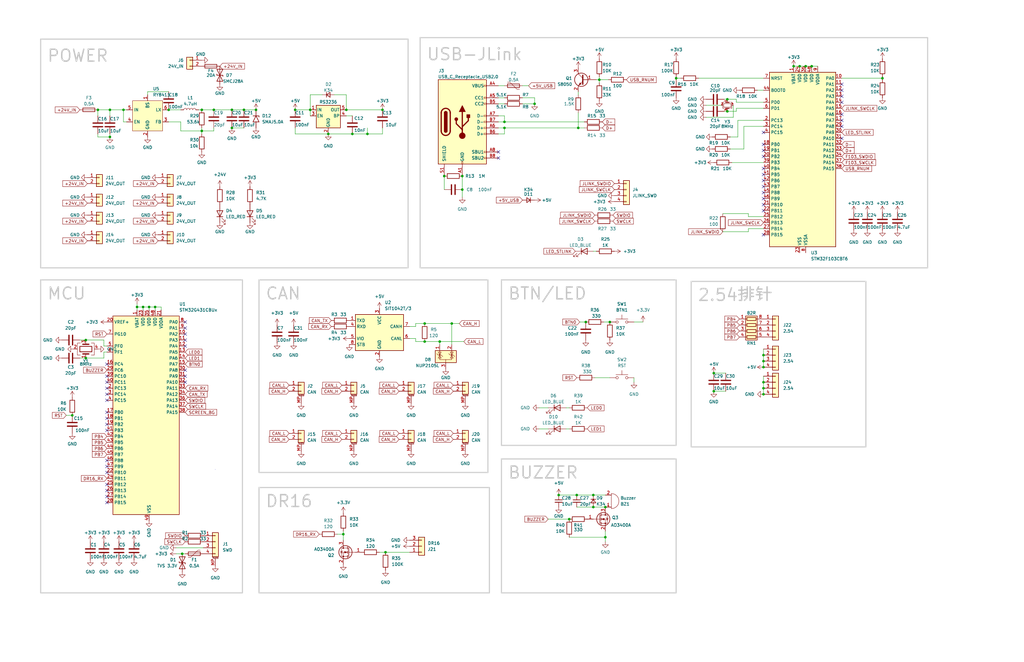
<source format=kicad_sch>
(kicad_sch (version 20230121) (generator eeschema)
  (paper "User" 431.8 279.4)
  (junction (at 162.56 233.045))
  (junction (at 130.81 46.355))
  (junction (at 124.46 46.355))
  (junction (at 185.42 144.145))
  (junction (at 71.12 46.355))
  (junction (at 161.29 46.355))
  (junction (at 321.945 152.4))
  (junction (at 339.725 27.94))
  (junction (at 179.07 144.145))
  (junction (at 300.99 157.48))
  (junction (at 252.73 33.655))
  (junction (at 146.05 46.355))
  (junction (at 212.725 51.435))
  (junction (at 46.355 46.355))
  (junction (at 342.265 27.94))
  (junction (at 148.59 56.515))
  (junction (at 187.325 74.295))
  (junction (at 300.99 165.1))
  (junction (at 190.5 136.525))
  (junction (at 62.865 129.54))
  (junction (at 334.645 27.94))
  (junction (at 306.705 41.91))
  (junction (at 321.945 154.94))
  (junction (at 154.94 56.515))
  (junction (at 57.785 129.54))
  (junction (at 41.275 46.355))
  (junction (at 30.48 175.26))
  (junction (at 372.11 33.02))
  (junction (at 285.115 33.02))
  (junction (at 138.43 56.515))
  (junction (at 107.95 46.355))
  (junction (at 46.355 57.785))
  (junction (at 321.945 149.86))
  (junction (at 255.27 226.695))
  (junction (at 90.17 46.355))
  (junction (at 144.78 225.425))
  (junction (at 240.03 219.075))
  (junction (at 36.195 151.13))
  (junction (at 60.325 129.54))
  (junction (at 194.945 80.01))
  (junction (at 85.09 46.355))
  (junction (at 243.84 53.975))
  (junction (at 243.205 208.915))
  (junction (at 321.945 161.29))
  (junction (at 85.09 55.245))
  (junction (at 255.27 213.995))
  (junction (at 97.79 46.355))
  (junction (at 36.195 143.51))
  (junction (at 247.015 135.89))
  (junction (at 76.835 233.68))
  (junction (at 250.19 208.915))
  (junction (at 52.07 46.355))
  (junction (at 306.705 46.99))
  (junction (at 321.945 166.37))
  (junction (at 194.945 74.295))
  (junction (at 257.175 135.89))
  (junction (at 102.87 46.355))
  (junction (at 179.07 136.525))
  (junction (at 97.79 53.975))
  (junction (at 235.585 208.915))
  (junction (at 65.405 129.54))
  (junction (at 250.19 213.995))
  (junction (at 212.725 53.975))
  (junction (at 337.185 27.94))
  (junction (at 321.945 163.83))
  (junction (at 225.425 43.815))
  (no_connect (at 321.945 71.12))
  (no_connect (at 354.965 58.42))
  (no_connect (at 321.945 76.2))
  (no_connect (at 354.965 48.26))
  (no_connect (at 354.965 40.64))
  (no_connect (at 78.105 140.97))
  (no_connect (at 45.085 161.29))
  (no_connect (at 321.945 99.06))
  (no_connect (at 321.945 60.96))
  (no_connect (at 45.085 199.39))
  (no_connect (at 45.085 176.53))
  (no_connect (at 45.085 212.09))
  (no_connect (at 45.085 209.55))
  (no_connect (at 45.085 153.67))
  (no_connect (at 321.945 86.36))
  (no_connect (at 321.945 78.74))
  (no_connect (at 45.085 168.91))
  (no_connect (at 321.945 66.04))
  (no_connect (at 354.965 35.56))
  (no_connect (at 321.945 88.9))
  (no_connect (at 321.945 83.82))
  (no_connect (at 354.965 38.1))
  (no_connect (at 45.085 194.31))
  (no_connect (at 210.185 66.675))
  (no_connect (at 45.085 166.37))
  (no_connect (at 354.965 53.34))
  (no_connect (at 45.085 181.61))
  (no_connect (at 78.105 156.21))
  (no_connect (at 78.105 135.89))
  (no_connect (at 45.085 158.75))
  (no_connect (at 45.085 163.83))
  (no_connect (at 78.105 143.51))
  (no_connect (at 321.945 73.66))
  (no_connect (at 321.945 81.28))
  (no_connect (at 45.085 196.85))
  (no_connect (at 78.105 138.43))
  (no_connect (at 78.105 161.29))
  (no_connect (at 321.945 55.88))
  (no_connect (at 45.085 173.99))
  (no_connect (at 354.965 50.8))
  (no_connect (at 354.965 43.18))
  (no_connect (at 45.085 204.47))
  (no_connect (at 45.085 207.01))
  (no_connect (at 78.105 146.05))
  (no_connect (at 321.945 63.5))
  (no_connect (at 78.105 158.75))
  (no_connect (at 45.085 179.07))
  (no_connect (at 210.185 64.135))
  (wire (pts (xy 62.23 38.735) (xy 71.12 38.735)))
  (wire (pts (xy 252.73 33.655) (xy 252.73 34.925)))
  (wire (pts (xy 372.11 32.385) (xy 372.11 33.02)))
  (wire (pts (xy 172.72 137.795) (xy 175.26 137.795)))
  (wire (pts (xy 339.725 27.94) (xy 342.265 27.94)))
  (wire (pts (xy 212.725 56.515) (xy 212.725 53.975)))
  (wire (pts (xy 310.515 45.72) (xy 310.515 46.99)))
  (wire (pts (xy 85.09 46.355) (xy 90.17 46.355)))
  (wire (pts (xy 43.815 148.59) (xy 43.815 151.13)))
  (wire (pts (xy 285.115 33.02) (xy 285.115 32.385)))
  (wire (pts (xy 46.355 48.895) (xy 46.355 46.355)))
  (wire (pts (xy 308.61 68.58) (xy 321.945 68.58)))
  (wire (pts (xy 97.79 53.975) (xy 102.87 53.975)))
  (wire (pts (xy 235.585 208.915) (xy 243.205 208.915)))
  (wire (pts (xy 90.17 53.975) (xy 90.17 55.245)))
  (wire (pts (xy 231.14 219.075) (xy 240.03 219.075)))
  (wire (pts (xy 36.195 143.51) (xy 33.655 143.51)))
  (wire (pts (xy 309.245 44.45) (xy 309.245 49.53)))
  (wire (pts (xy 43.815 146.05) (xy 43.815 143.51)))
  (wire (pts (xy 124.46 53.975) (xy 124.46 56.515)))
  (wire (pts (xy 76.835 233.68) (xy 78.105 233.68)))
  (wire (pts (xy 57.785 129.54) (xy 57.785 130.81)))
  (wire (pts (xy 244.475 135.89) (xy 247.015 135.89)))
  (wire (pts (xy 300.99 157.48) (xy 306.07 157.48)))
  (wire (pts (xy 305.435 46.99) (xy 306.705 46.99)))
  (wire (pts (xy 83.82 46.355) (xy 85.09 46.355)))
  (wire (pts (xy 187.325 74.295) (xy 187.325 80.01)))
  (wire (pts (xy 74.295 233.68) (xy 76.835 233.68)))
  (wire (pts (xy 154.94 56.515) (xy 148.59 56.515)))
  (wire (pts (xy 52.07 51.435) (xy 53.34 51.435)))
  (wire (pts (xy 250.825 159.385) (xy 257.175 159.385)))
  (wire (pts (xy 321.945 161.29) (xy 321.945 163.83)))
  (wire (pts (xy 76.2 55.245) (xy 85.09 55.245)))
  (wire (pts (xy 210.185 56.515) (xy 212.725 56.515)))
  (wire (pts (xy 175.26 136.525) (xy 179.07 136.525)))
  (wire (pts (xy 254.635 135.89) (xy 257.175 135.89)))
  (wire (pts (xy 307.975 57.785) (xy 311.15 57.785)))
  (wire (pts (xy 41.275 46.355) (xy 46.355 46.355)))
  (wire (pts (xy 146.05 48.895) (xy 148.59 48.895)))
  (wire (pts (xy 354.965 33.02) (xy 372.11 33.02)))
  (wire (pts (xy 190.5 136.525) (xy 193.675 136.525)))
  (wire (pts (xy 212.725 53.975) (xy 243.84 53.975)))
  (wire (pts (xy 172.72 142.875) (xy 175.26 142.875)))
  (wire (pts (xy 246.38 51.435) (xy 212.725 51.435)))
  (wire (pts (xy 76.2 51.435) (xy 76.2 55.245)))
  (wire (pts (xy 130.81 40.005) (xy 130.81 46.355)))
  (wire (pts (xy 130.81 46.355) (xy 130.81 48.895)))
  (wire (pts (xy 45.085 146.05) (xy 43.815 146.05)))
  (wire (pts (xy 315.595 91.44) (xy 321.945 91.44)))
  (wire (pts (xy 300.99 165.1) (xy 306.07 165.1)))
  (wire (pts (xy 179.07 144.145) (xy 185.42 144.145)))
  (wire (pts (xy 294.64 33.02) (xy 321.945 33.02)))
  (wire (pts (xy 220.345 43.815) (xy 225.425 43.815)))
  (wire (pts (xy 62.865 130.81) (xy 62.865 129.54)))
  (wire (pts (xy 210.185 48.895) (xy 212.725 48.895)))
  (wire (pts (xy 175.26 144.145) (xy 179.07 144.145)))
  (wire (pts (xy 210.185 36.195) (xy 212.725 36.195)))
  (wire (pts (xy 160.02 233.045) (xy 162.56 233.045)))
  (wire (pts (xy 313.69 53.34) (xy 313.69 62.865)))
  (wire (pts (xy 90.17 46.355) (xy 97.79 46.355)))
  (wire (pts (xy 194.945 80.01) (xy 194.945 74.295)))
  (wire (pts (xy 142.24 225.425) (xy 144.78 225.425)))
  (wire (pts (xy 57.785 128.27) (xy 57.785 129.54)))
  (wire (pts (xy 238.76 180.975) (xy 240.03 180.975)))
  (wire (pts (xy 144.78 225.425) (xy 144.78 227.965)))
  (wire (pts (xy 251.46 33.655) (xy 252.73 33.655)))
  (wire (pts (xy 337.185 27.94) (xy 339.725 27.94)))
  (wire (pts (xy 46.355 56.515) (xy 46.355 57.785)))
  (wire (pts (xy 161.29 56.515) (xy 154.94 56.515)))
  (wire (pts (xy 71.12 51.435) (xy 76.2 51.435)))
  (wire (pts (xy 250.19 213.995) (xy 255.27 213.995)))
  (wire (pts (xy 52.07 46.355) (xy 53.34 46.355)))
  (wire (pts (xy 41.275 48.895) (xy 41.275 46.355)))
  (wire (pts (xy 304.8 97.79) (xy 315.595 97.79)))
  (wire (pts (xy 334.645 27.94) (xy 337.185 27.94)))
  (wire (pts (xy 297.815 44.45) (xy 304.165 44.45)))
  (wire (pts (xy 315.595 90.17) (xy 304.8 90.17)))
  (wire (pts (xy 154.94 53.975) (xy 154.94 56.515)))
  (wire (pts (xy 60.325 129.54) (xy 57.785 129.54)))
  (wire (pts (xy 252.73 32.385) (xy 252.73 33.655)))
  (wire (pts (xy 185.42 144.145) (xy 195.58 144.145)))
  (wire (pts (xy 190.5 136.525) (xy 190.5 145.415)))
  (wire (pts (xy 146.05 46.355) (xy 161.29 46.355)))
  (wire (pts (xy 243.205 213.995) (xy 250.19 213.995)))
  (wire (pts (xy 305.435 41.91) (xy 306.705 41.91)))
  (wire (pts (xy 36.195 151.13) (xy 43.815 151.13)))
  (wire (pts (xy 210.185 43.815) (xy 212.725 43.815)))
  (wire (pts (xy 210.185 41.275) (xy 212.725 41.275)))
  (wire (pts (xy 372.11 33.02) (xy 372.11 33.655)))
  (wire (pts (xy 36.195 143.51) (xy 43.815 143.51)))
  (wire (pts (xy 135.89 40.005) (xy 130.81 40.005)))
  (wire (pts (xy 321.945 147.32) (xy 321.945 149.86)))
  (wire (pts (xy 220.345 41.275) (xy 225.425 41.275)))
  (wire (pts (xy 243.84 38.735) (xy 243.84 40.005)))
  (wire (pts (xy 71.12 46.355) (xy 76.2 46.355)))
  (wire (pts (xy 310.515 41.91) (xy 310.515 43.18)))
  (wire (pts (xy 321.945 149.86) (xy 321.945 152.4)))
  (wire (pts (xy 85.09 55.245) (xy 85.09 53.975)))
  (wire (pts (xy 146.05 40.005) (xy 146.05 46.355)))
  (wire (pts (xy 210.185 53.975) (xy 212.725 53.975)))
  (wire (pts (xy 220.345 36.195) (xy 222.885 36.195)))
  (wire (pts (xy 267.335 161.29) (xy 267.335 159.385)))
  (wire (pts (xy 311.15 57.785) (xy 311.15 50.8)))
  (wire (pts (xy 65.405 130.81) (xy 65.405 129.54)))
  (wire (pts (xy 41.275 56.515) (xy 41.275 57.785)))
  (wire (pts (xy 144.78 224.155) (xy 144.78 225.425)))
  (wire (pts (xy 212.725 48.895) (xy 212.725 51.435)))
  (wire (pts (xy 185.42 145.415) (xy 185.42 144.145)))
  (wire (pts (xy 138.43 56.515) (xy 148.59 56.515)))
  (wire (pts (xy 240.03 226.695) (xy 255.27 226.695)))
  (wire (pts (xy 52.07 46.355) (xy 52.07 51.435)))
  (wire (pts (xy 321.945 152.4) (xy 321.945 154.94)))
  (wire (pts (xy 227.33 180.975) (xy 231.14 180.975)))
  (wire (pts (xy 212.725 51.435) (xy 210.185 51.435)))
  (wire (pts (xy 36.195 151.13) (xy 33.655 151.13)))
  (wire (pts (xy 162.56 233.045) (xy 172.72 233.045)))
  (wire (pts (xy 194.945 83.185) (xy 194.945 80.01)))
  (wire (pts (xy 267.335 135.89) (xy 271.145 135.89)))
  (wire (pts (xy 74.295 231.14) (xy 85.725 231.14)))
  (wire (pts (xy 285.115 33.02) (xy 287.02 33.02)))
  (wire (pts (xy 175.26 137.795) (xy 175.26 136.525)))
  (wire (pts (xy 313.69 62.865) (xy 307.975 62.865)))
  (wire (pts (xy 179.07 136.525) (xy 190.5 136.525)))
  (wire (pts (xy 175.26 142.875) (xy 175.26 144.145)))
  (wire (pts (xy 321.945 45.72) (xy 310.515 45.72)))
  (wire (pts (xy 140.97 40.005) (xy 146.05 40.005)))
  (wire (pts (xy 311.15 50.8) (xy 321.945 50.8)))
  (wire (pts (xy 60.325 130.81) (xy 60.325 129.54)))
  (wire (pts (xy 67.945 130.81) (xy 67.945 129.54)))
  (wire (pts (xy 90.17 55.245) (xy 85.09 55.245)))
  (wire (pts (xy 321.945 43.18) (xy 310.515 43.18)))
  (wire (pts (xy 60.325 129.54) (xy 62.865 129.54)))
  (wire (pts (xy 321.945 163.83) (xy 321.945 166.37)))
  (wire (pts (xy 97.79 46.355) (xy 102.87 46.355)))
  (wire (pts (xy 315.595 96.52) (xy 321.945 96.52)))
  (wire (pts (xy 27.94 175.26) (xy 30.48 175.26)))
  (wire (pts (xy 238.76 172.085) (xy 240.03 172.085)))
  (wire (pts (xy 62.865 129.54) (xy 65.405 129.54)))
  (wire (pts (xy 124.46 56.515) (xy 138.43 56.515)))
  (wire (pts (xy 255.27 226.695) (xy 255.27 224.155)))
  (wire (pts (xy 250.19 208.915) (xy 255.27 208.915)))
  (wire (pts (xy 321.945 158.75) (xy 321.945 161.29)))
  (wire (pts (xy 243.205 208.915) (xy 250.19 208.915)))
  (wire (pts (xy 342.265 27.94) (xy 344.805 27.94)))
  (wire (pts (xy 67.945 129.54) (xy 65.405 129.54)))
  (wire (pts (xy 62.23 40.005) (xy 62.23 38.735)))
  (wire (pts (xy 310.515 41.91) (xy 306.705 41.91)))
  (wire (pts (xy 255.27 228.6) (xy 255.27 226.695)))
  (wire (pts (xy 319.405 38.1) (xy 321.945 38.1)))
  (wire (pts (xy 321.945 53.34) (xy 313.69 53.34)))
  (wire (pts (xy 102.87 46.355) (xy 107.95 46.355)))
  (wire (pts (xy 243.84 53.975) (xy 243.84 47.625)))
  (wire (pts (xy 315.595 96.52) (xy 315.595 97.79)))
  (wire (pts (xy 45.085 148.59) (xy 43.815 148.59)))
  (wire (pts (xy 46.355 46.355) (xy 52.07 46.355)))
  (wire (pts (xy 252.73 33.655) (xy 256.54 33.655)))
  (wire (pts (xy 124.46 46.355) (xy 130.81 46.355)))
  (wire (pts (xy 46.355 57.785) (xy 41.275 57.785)))
  (wire (pts (xy 225.425 41.275) (xy 225.425 43.815)))
  (wire (pts (xy 243.84 53.975) (xy 246.38 53.975)))
  (wire (pts (xy 310.515 46.99) (xy 306.705 46.99)))
  (wire (pts (xy 227.33 172.085) (xy 231.14 172.085)))
  (wire (pts (xy 161.29 53.975) (xy 161.29 56.515)))
  (wire (pts (xy 250.19 106.045) (xy 251.46 106.045)))
  (wire (pts (xy 285.115 33.02) (xy 285.115 33.655)))
  (wire (pts (xy 85.09 56.515) (xy 85.09 55.245)))
  (wire (pts (xy 297.815 49.53) (xy 309.245 49.53)))
  (wire (pts (xy 315.595 91.44) (xy 315.595 90.17)))
  (rectangle (start 211.455 118.11) (end 285.115 187.96) (stroke (width 0.5) (color 208 208 208 1)))
  (rectangle (start 17.145 118.11) (end 102.235 250.19) (stroke (width 0.5) (color 208 208 208 1)))
  (rectangle (start 17.145 16.51) (end 172.085 113.03) (stroke (width 0.5) (color 208 208 208 1)))
  (rectangle (start 109.22 118.11) (end 205.74 199.39) (stroke (width 0.5) (color 208 208 208 1)))
  (rectangle (start 109.22 205.74) (end 206.375 250.19) (stroke (width 0.5) (color 208 208 208 1)))
  (rectangle (start 211.455 193.675) (end 285.115 250.19) (stroke (width 0.5) (color 208 208 208 1)))
  (rectangle (start 90.805 198.12) (end 90.805 198.12))
  (rectangle (start 291.465 118.745) (end 365.125 188.595) (stroke (width 0.5) (color 208 208 208 1)))
  (rectangle (start 177.165 15.875) (end 391.16 113.03) (stroke (width 0.5) (color 208 208 208 1)))
  (text "2.54排针" (at 294.005 127.635 0) (effects (font (size 5 5) (thickness 0.6) bold) (justify left bottom)))
  (text "BUZZER" (at 213.995 202.565 0) (effects (font (size 5 5) (thickness 0.6) bold) (justify left bottom)))
  (text "USB-JLink" (at 179.705 26.035 0) (effects (font (size 5 5) (thickness 0.6) bold) (justify left bottom)))
  (text "POWER" (at 19.685 26.67 0) (effects (font (size 5 5) (thickness 0.6) bold) (justify left bottom)))
  (text "BTN/LED" (at 213.995 127 0) (effects (font (size 5 5) (thickness 0.6) bold) (justify left bottom)))
  (text "DR16" (at 111.76 214.63 0) (effects (font (size 5 5) (thickness 0.6) bold) (justify left bottom)))
  (text "CAN\n" (at 111.76 127 0) (effects (font (size 5 5) (thickness 0.6) bold) (justify left bottom)))
  (text "MCU\n" (at 19.685 127 0) (effects (font (size 5 5) (thickness 0.6) bold) (justify left bottom)))
  (global_label "CAN_L" (shape input) (at 191.135 162.56 180) (property "Intersheetrefs" "${INTERSHEET_REFS}" (effects hide)))
  (global_label "+5V_USB" (shape input) (at 222.885 36.195 0) (property "Intersheetrefs" "${INTERSHEET_REFS}" (effects hide)))
  (global_label "PB7" (shape input) (at 45.085 191.77 180) (property "Intersheetrefs" "${INTERSHEET_REFS}" (effects hide)))
  (global_label "CAN_L" (shape input) (at 121.92 182.88 180) (property "Intersheetrefs" "${INTERSHEET_REFS}" (effects hide)))
  (global_label "BTN0" (shape input) (at 78.105 153.67 0) (property "Intersheetrefs" "${INTERSHEET_REFS}" (effects hide)))
  (global_label "JLINK_SWCLK" (shape input) (at 321.945 93.98 180) (property "Intersheetrefs" "${INTERSHEET_REFS}" (effects hide)))
  (global_label "+5V_USB" (shape input) (at 220.345 84.455 180) (property "Intersheetrefs" "${INTERSHEET_REFS}" (effects hide)))
  (global_label "LED1" (shape input) (at 247.65 180.975 0) (property "Intersheetrefs" "${INTERSHEET_REFS}" (effects hide)))
  (global_label "CAN_L" (shape input) (at 168.275 162.56 180) (property "Intersheetrefs" "${INTERSHEET_REFS}" (effects hide)))
  (global_label "+24V_IN" (shape input) (at 92.71 27.94 0) (property "Intersheetrefs" "${INTERSHEET_REFS}" (effects hide)))
  (global_label "D-" (shape input) (at 254 51.435 0) (property "Intersheetrefs" "${INTERSHEET_REFS}" (effects hide)))
  (global_label "PB7" (shape input) (at 311.785 142.24 180) (property "Intersheetrefs" "${INTERSHEET_REFS}" (effects hide)))
  (global_label "CAN_H" (shape input) (at 121.92 165.1 180) (property "Intersheetrefs" "${INTERSHEET_REFS}" (effects hide)))
  (global_label "CAN_L" (shape input) (at 144.145 162.56 180) (property "Intersheetrefs" "${INTERSHEET_REFS}" (effects hide)))
  (global_label "D+" (shape input) (at 354.965 63.5 0) (property "Intersheetrefs" "${INTERSHEET_REFS}" (effects hide)))
  (global_label "PB5" (shape input) (at 45.085 186.69 180) (property "Intersheetrefs" "${INTERSHEET_REFS}" (effects hide)))
  (global_label "CAN_H" (shape input) (at 121.92 185.42 180) (property "Intersheetrefs" "${INTERSHEET_REFS}" (effects hide)))
  (global_label "PB4" (shape input) (at 311.785 134.62 180) (property "Intersheetrefs" "${INTERSHEET_REFS}" (effects hide)))
  (global_label "RST" (shape input) (at 243.205 159.385 180) (property "Intersheetrefs" "${INTERSHEET_REFS}" (effects hide)))
  (global_label "BUZZER" (shape input) (at 45.085 156.21 180) (property "Intersheetrefs" "${INTERSHEET_REFS}" (effects hide)))
  (global_label "USB_RNUM" (shape input) (at 354.965 71.12 0) (property "Intersheetrefs" "${INTERSHEET_REFS}" (effects hide)))
  (global_label "SWCLK" (shape input) (at 78.105 228.6 180) (property "Intersheetrefs" "${INTERSHEET_REFS}" (effects hide)))
  (global_label "D+" (shape input) (at 254 53.975 0) (property "Intersheetrefs" "${INTERSHEET_REFS}" (effects hide)))
  (global_label "D-" (shape input) (at 354.965 60.96 0) (property "Intersheetrefs" "${INTERSHEET_REFS}" (effects hide)))
  (global_label "+24V_IN" (shape input) (at 66.675 85.725 180) (property "Intersheetrefs" "${INTERSHEET_REFS}" (effects hide)))
  (global_label "F103_SWCLK" (shape input) (at 354.965 68.58 0) (property "Intersheetrefs" "${INTERSHEET_REFS}" (effects hide)))
  (global_label "CAN_L" (shape input) (at 168.275 182.88 180) (property "Intersheetrefs" "${INTERSHEET_REFS}" (effects hide)))
  (global_label "DR16_RX" (shape input) (at 45.085 201.93 180) (property "Intersheetrefs" "${INTERSHEET_REFS}" (effects hide)))
  (global_label "SWDIO" (shape input) (at 258.445 90.805 0) (property "Intersheetrefs" "${INTERSHEET_REFS}" (effects hide)))
  (global_label "JLINK_SWCLK" (shape input) (at 354.965 45.72 0) (property "Intersheetrefs" "${INTERSHEET_REFS}" (effects hide)))
  (global_label "CAN_H" (shape input) (at 193.675 136.525 0) (property "Intersheetrefs" "${INTERSHEET_REFS}" (effects hide)))
  (global_label "JLINK_SWDIO" (shape input) (at 304.8 97.79 180) (property "Intersheetrefs" "${INTERSHEET_REFS}" (effects hide)))
  (global_label "SWDIO" (shape input) (at 78.105 168.91 0) (property "Intersheetrefs" "${INTERSHEET_REFS}" (effects hide)))
  (global_label "PB5" (shape input) (at 311.785 137.16 180) (property "Intersheetrefs" "${INTERSHEET_REFS}" (effects hide)))
  (global_label "CAN_TX" (shape input) (at 78.105 166.37 0) (property "Intersheetrefs" "${INTERSHEET_REFS}" (effects hide)))
  (global_label "CAN_H" (shape input) (at 168.275 165.1 180) (property "Intersheetrefs" "${INTERSHEET_REFS}" (effects hide)))
  (global_label "+24V_IN" (shape input) (at 66.675 93.345 180) (property "Intersheetrefs" "${INTERSHEET_REFS}" (effects hide)))
  (global_label "+24V_IN" (shape input) (at 66.675 101.6 180) (property "Intersheetrefs" "${INTERSHEET_REFS}" (effects hide)))
  (global_label "CAN_L" (shape input) (at 195.58 144.145 0) (property "Intersheetrefs" "${INTERSHEET_REFS}" (effects hide)))
  (global_label "JLINK_SWDIO" (shape input) (at 250.825 90.805 180) (property "Intersheetrefs" "${INTERSHEET_REFS}" (effects hide)))
  (global_label "CAN_RX" (shape input) (at 78.105 163.83 0) (property "Intersheetrefs" "${INTERSHEET_REFS}" (effects hide)))
  (global_label "USB_RNUM" (shape input) (at 264.16 33.655 0) (property "Intersheetrefs" "${INTERSHEET_REFS}" (effects hide)))
  (global_label "PB4" (shape input) (at 45.085 184.15 180) (property "Intersheetrefs" "${INTERSHEET_REFS}" (effects hide)))
  (global_label "RST" (shape input) (at 27.94 175.26 180) (property "Intersheetrefs" "${INTERSHEET_REFS}" (effects hide)))
  (global_label "+24V_IN" (shape input) (at 36.83 85.725 180) (property "Intersheetrefs" "${INTERSHEET_REFS}" (effects hide)))
  (global_label "LED1" (shape input) (at 78.105 151.13 0) (property "Intersheetrefs" "${INTERSHEET_REFS}" (effects hide)))
  (global_label "+24V_IN" (shape input) (at 66.675 77.47 180) (property "Intersheetrefs" "${INTERSHEET_REFS}" (effects hide)))
  (global_label "PB6" (shape input) (at 311.785 139.7 180) (property "Intersheetrefs" "${INTERSHEET_REFS}" (effects hide)))
  (global_label "BTN0" (shape input) (at 244.475 135.89 180) (property "Intersheetrefs" "${INTERSHEET_REFS}" (effects hide)))
  (global_label "CAN_L" (shape input) (at 144.145 182.88 180) (property "Intersheetrefs" "${INTERSHEET_REFS}" (effects hide)))
  (global_label "CAN_H" (shape input) (at 191.135 165.1 180) (property "Intersheetrefs" "${INTERSHEET_REFS}" (effects hide)))
  (global_label "+24V_IN" (shape input) (at 36.83 93.345 180) (property "Intersheetrefs" "${INTERSHEET_REFS}" (effects hide)))
  (global_label "SWDIO" (shape input) (at 78.105 226.06 180) (property "Intersheetrefs" "${INTERSHEET_REFS}" (effects hide)))
  (global_label "JLINK_SWCLK" (shape input) (at 259.08 80.01 180) (property "Intersheetrefs" "${INTERSHEET_REFS}" (effects hide)))
  (global_label "CAN_TX" (shape input) (at 139.7 135.255 180) (property "Intersheetrefs" "${INTERSHEET_REFS}" (effects hide)))
  (global_label "LED_STLINK" (shape input) (at 354.965 55.88 0) (property "Intersheetrefs" "${INTERSHEET_REFS}" (effects hide)))
  (global_label "LED0" (shape input) (at 78.105 148.59 0) (property "Intersheetrefs" "${INTERSHEET_REFS}" (effects hide)))
  (global_label "SWCLK" (shape input) (at 258.445 93.345 0) (property "Intersheetrefs" "${INTERSHEET_REFS}" (effects hide)))
  (global_label "CAN_H" (shape input) (at 191.135 185.42 180) (property "Intersheetrefs" "${INTERSHEET_REFS}" (effects hide)))
  (global_label "LED0" (shape input) (at 247.65 172.085 0) (property "Intersheetrefs" "${INTERSHEET_REFS}" (effects hide)))
  (global_label "DR16_RX" (shape input) (at 134.62 225.425 180) (property "Intersheetrefs" "${INTERSHEET_REFS}" (effects hide)))
  (global_label "PB6" (shape input) (at 45.085 189.23 180) (property "Intersheetrefs" "${INTERSHEET_REFS}" (effects hide)))
  (global_label "LED_STLINK" (shape input) (at 242.57 106.045 180) (property "Intersheetrefs" "${INTERSHEET_REFS}" (effects hide)))
  (global_label "BUZZER" (shape input) (at 231.14 219.075 180) (property "Intersheetrefs" "${INTERSHEET_REFS}" (effects hide)))
  (global_label "F103_SWDIO" (shape input) (at 354.965 66.04 0) (property "Intersheetrefs" "${INTERSHEET_REFS}" (effects hide)))
  (global_label "CAN_H" (shape input) (at 168.275 185.42 180) (property "Intersheetrefs" "${INTERSHEET_REFS}" (effects hide)))
  (global_label "CAN_H" (shape input) (at 144.145 185.42 180) (property "Intersheetrefs" "${INTERSHEET_REFS}" (effects hide)))
  (global_label "CAN_L" (shape input) (at 191.135 182.88 180) (property "Intersheetrefs" "${INTERSHEET_REFS}" (effects hide)))
  (global_label "SCREEN_BG" (shape input) (at 78.105 173.99 0) (property "Intersheetrefs" "${INTERSHEET_REFS}" (effects hide)))
  (global_label "+24V_IN" (shape input) (at 33.655 46.355 180) (property "Intersheetrefs" "${INTERSHEET_REFS}" (effects hide)))
  (global_label "CAN_H" (shape input) (at 144.145 165.1 180) (property "Intersheetrefs" "${INTERSHEET_REFS}" (effects hide)))
  (global_label "CAN_RX" (shape input) (at 139.7 137.795 180) (property "Intersheetrefs" "${INTERSHEET_REFS}" (effects hide)))
  (global_label "JLINK_SWCLK" (shape input) (at 250.825 93.345 180) (property "Intersheetrefs" "${INTERSHEET_REFS}" (effects hide)))
  (global_label "+24V_IN" (shape input) (at 36.83 77.47 180) (property "Intersheetrefs" "${INTERSHEET_REFS}" (effects hide)))
  (global_label "RST" (shape input) (at 45.085 140.97 180) (property "Intersheetrefs" "${INTERSHEET_REFS}" (effects hide)))
  (global_label "SWCLK" (shape input) (at 78.105 171.45 0) (property "Intersheetrefs" "${INTERSHEET_REFS}" (effects hide)))
  (global_label "JLINK_SWDIO" (shape input) (at 259.08 77.47 180) (property "Intersheetrefs" "${INTERSHEET_REFS}" (effects hide)))
  (global_label "CAN_L" (shape input) (at 121.92 162.56 180) (property "Intersheetrefs" "${INTERSHEET_REFS}" (effects hide)))
  (global_label "+24V_IN" (shape input) (at 36.83 101.6 180) (property "Intersheetrefs" "${INTERSHEET_REFS}" (effects hide)))
  (symbol (lib_id "power:GND") (at 300.355 62.865 270) (unit 1)
    (property "Reference" "#PWR045" (effects hide))
    (property "Value" "GND" (at 295.275 62.865 90))
  )
  (symbol (lib_id "Device:C") (at 301.625 46.99 90) (unit 1)
    (property "Reference" "C14" (at 301.625 50.8 90))
    (property "Value" "20pF" (at 301.625 53.34 90))
    (property "Footprint" "Capacitor_SMD:C_0603_1608Metric" (effects hide))
  )
  (symbol (lib_id "power:GND") (at 149.225 190.5 0) (unit 1)
    (property "Reference" "#PWR071" (effects hide))
    (property "Value" "GND" (at 149.225 195.58 0))
  )
  (symbol (lib_id "power:+3V3") (at 300.99 68.58 90) (unit 1)
    (property "Reference" "#PWR046" (effects hide))
    (property "Value" "+3V3" (at 295.275 68.58 90))
  )
  (symbol (lib_id "Device:R") (at 247.015 159.385 90) (unit 1)
    (property "Reference" "R38" (at 247.015 154.305 90))
    (property "Value" "330" (at 247.65 156.845 90))
    (property "Footprint" "Resistor_SMD:R_0603_1608Metric" (effects hide))
  )
  (symbol (lib_id "Device:R") (at 30.48 171.45 180) (unit 1)
    (property "Reference" "R6" (at 25.4 170.18 0) (effects (justify right)))
    (property "Value" "10K" (at 24.13 172.72 0) (effects (justify right)))
    (property "Footprint" "Resistor_SMD:R_0402_1005Metric" (effects hide))
  )
  (symbol (lib_id "Device:Crystal_GND24_Small") (at 306.705 44.45 270) (unit 1)
    (property "Reference" "Y3" (at 306.705 51.435 90))
    (property "Value" "8MHz" (at 306.705 53.34 90))
    (property "Footprint" "Crystal:Crystal_SMD_3225-4Pin_3.2x2.5mm" (effects hide))
  )
  (symbol (lib_id "Device:R") (at 191.135 74.295 270) (mirror x) (unit 1)
    (property "Reference" "R13" (at 198.12 74.295 90))
    (property "Value" "1M" (at 203.2 74.295 90))
    (property "Footprint" "Resistor_SMD:R_0603_1608Metric" (effects hide))
  )
  (symbol (lib_id "Device:Crystal_GND24") (at 36.195 147.32 90) (unit 1)
    (property "Reference" "Y1" (at 36.195 152.4 90))
    (property "Value" "8MHz" (at 36.195 153.67 90))
    (property "Footprint" "Crystal:Crystal_SMD_3225-4Pin_3.2x2.5mm" (effects hide))
  )
  (symbol (lib_id "Device:R") (at 252.73 38.735 0) (unit 1)
    (property "Reference" "R11" (at 254 37.465 0) (effects (justify left)))
    (property "Value" "33K" (at 254 40.005 0) (effects (justify left)))
    (property "Footprint" "Resistor_SMD:R_0603_1608Metric" (effects hide))
  )
  (symbol (lib_id "power:+3V3") (at 360.045 89.535 0) (unit 1)
    (property "Reference" "#PWR091" (effects hide))
    (property "Value" "+3V3" (at 360.045 85.725 0))
  )
  (symbol (lib_id "Device:C") (at 116.84 140.97 180) (unit 1)
    (property "Reference" "C7" (at 116.84 138.43 0) (effects (justify right)))
    (property "Value" "100nF" (at 116.84 143.51 0) (effects (justify right)))
    (property "Footprint" "Capacitor_SMD:C_0603_1608Metric" (effects hide))
  )
  (symbol (lib_id "power:GND") (at 285.115 41.275 0) (unit 1)
    (property "Reference" "#PWR035" (effects hide))
    (property "Value" "GND" (at 285.115 45.72 0))
  )
  (symbol (lib_id "power:GND") (at 43.815 236.22 0) (unit 1)
    (property "Reference" "#PWR08" (effects hide))
    (property "Value" "GND" (at 43.815 241.3 0))
  )
  (symbol (lib_id "Device:C") (at 285.115 37.465 0) (unit 1)
    (property "Reference" "C9" (at 281.94 34.925 0) (effects (justify left)))
    (property "Value" "100nF" (at 278.765 40.005 0) (effects (justify left)))
    (property "Footprint" "Capacitor_SMD:C_0603_1608Metric" (effects hide))
  )
  (symbol (lib_id "power:+3V3") (at 161.29 46.355 0) (unit 1)
    (property "Reference" "#PWR040" (effects hide))
    (property "Value" "+3V3" (at 161.29 42.545 0))
  )
  (symbol (lib_id "Device:C") (at 300.99 161.29 0) (unit 1)
    (property "Reference" "C29" (at 300.99 158.75 0) (effects (justify left)))
    (property "Value" "10uF" (at 300.99 163.83 0) (effects (justify left)))
    (property "Footprint" "Capacitor_SMD:C_1206_3216Metric" (effects hide))
  )
  (symbol (lib_id "power:GND") (at 160.02 150.495 0) (unit 1)
    (property "Reference" "#PWR025" (effects hide))
    (property "Value" "GND" (at 160.02 155.575 0))
  )
  (symbol (lib_id "Device:R") (at 243.84 219.075 90) (unit 1)
    (property "Reference" "R41" (at 243.84 221.615 90))
    (property "Value" "330" (at 243.84 223.52 90))
    (property "Footprint" "Resistor_SMD:R_0603_1608Metric" (effects hide))
  )
  (symbol (lib_id "power:+5V") (at 123.825 137.16 0) (unit 1)
    (property "Reference" "#PWR0109" (effects hide))
    (property "Value" "+5V" (at 123.825 132.08 0))
  )
  (symbol (lib_id "power:+3V3") (at 259.08 106.045 270) (mirror x) (unit 1)
    (property "Reference" "#PWR049" (effects hide))
    (property "Value" "+3V3" (at 265.43 106.045 90))
  )
  (symbol (lib_id "Device:LED") (at 92.71 90.17 90) (unit 1)
    (property "Reference" "D4" (at 95.25 88.9 90) (effects (justify right)))
    (property "Value" "LED_RED" (at 95.25 91.44 90) (effects (justify right)))
    (property "Footprint" "LED_SMD:LED_0603_1608Metric" (effects hide))
  )
  (symbol (lib_id "power:+3V3") (at 259.08 85.09 90) (unit 1)
    (property "Reference" "#PWR051" (effects hide))
    (property "Value" "+3V3" (at 252.73 85.09 90))
  )
  (symbol (lib_id "Device:R") (at 81.915 228.6 90) (unit 1)
    (property "Reference" "R2" (at 79.375 227.33 90) (effects (justify left)))
    (property "Value" "33" (at 86.995 227.33 90) (effects (justify left)))
    (property "Footprint" "Resistor_SMD:R_0402_1005Metric" (effects hide))
  )
  (symbol (lib_id "power:GND") (at 235.585 213.995 0) (unit 1)
    (property "Reference" "#PWR0100" (effects hide))
    (property "Value" "GND" (at 235.585 217.805 0))
  )
  (symbol (lib_id "Device:D_Small") (at 138.43 40.005 0) (unit 1)
    (property "Reference" "D2" (at 137.16 35.56 0) (effects (justify left)))
    (property "Value" "K34" (at 136.525 38.1 0) (effects (justify left)))
    (property "Footprint" "Diode_SMD:D_SMF" (effects hide))
    (property "Sim.Device" "D" (effects hide))
    (property "Sim.Pins" "1=K 2=A" (effects hide))
  )
  (symbol (lib_id "Interface_CAN_LIN:TJA1042T-3") (at 160.02 140.335 0) (unit 1)
    (property "Reference" "U2" (at 162.2141 127.635 0) (effects (justify left)))
    (property "Value" "SIT1042T/3" (at 162.2141 130.175 0) (effects (justify left)))
    (property "Footprint" "Package_SO:SOIC-8_3.9x4.9mm_P1.27mm" (effects hide))
    (property "Datasheet" "http://www.nxp.com/docs/en/data-sheet/TJA1042.pdf" (effects hide))
  )
  (symbol (lib_id "Device:R") (at 304.8 93.98 0) (unit 1)
    (property "Reference" "R22" (at 302.895 92.075 0) (effects (justify right)))
    (property "Value" "100" (at 302.895 94.615 0) (effects (justify right)))
    (property "Footprint" "Resistor_SMD:R_0603_1608Metric" (effects hide))
  )
  (symbol (lib_id "Connector_Generic_MountingPin:Conn_01x02_MountingPin") (at 196.215 182.88 0) (unit 1)
    (property "Reference" "J20" (at 198.755 183.2356 0) (effects (justify left)))
    (property "Value" "CAN" (at 198.755 185.7756 0) (effects (justify left)))
    (property "Footprint" "Connector_JST:JST_GH_BM02B-GHS-TBT_1x02-1MP_P1.25mm_Vertical" (effects hide))
  )
  (symbol (lib_id "power:+3V3") (at 38.1 228.6 0) (unit 1)
    (property "Reference" "#PWR01" (effects hide))
    (property "Value" "+3V3" (at 38.1 224.79 0))
  )
  (symbol (lib_id "Device:R") (at 243.84 172.085 90) (unit 1)
    (property "Reference" "R39" (at 243.84 167.005 90))
    (property "Value" "1K" (at 243.84 169.545 90))
    (property "Footprint" "Resistor_SMD:R_0603_1608Metric" (effects hide))
  )
  (symbol (lib_id "Power_Protection:NUP2105L") (at 187.96 150.495 0) (unit 1)
    (property "Reference" "D8" (at 179.07 151.765 0) (effects (justify left)))
    (property "Value" "NUP2105L" (at 175.26 154.305 0) (effects (justify left)))
    (property "Footprint" "Package_TO_SOT_SMD:SOT-23" (effects hide))
    (property "Datasheet" "http://www.onsemi.com/pub_link/Collateral/NUP2105L-D.PDF" (effects hide))
  )
  (symbol (lib_id "Device:R") (at 250.825 135.89 90) (unit 1)
    (property "Reference" "R36" (at 250.825 130.81 90))
    (property "Value" "330" (at 251.46 133.35 90))
    (property "Footprint" "Resistor_SMD:R_0603_1608Metric" (effects hide))
  )
  (symbol (lib_id "power:+3V3") (at 43.815 228.6 0) (unit 1)
    (property "Reference" "#PWR07" (effects hide))
    (property "Value" "+3V3" (at 43.815 224.79 0))
  )
  (symbol (lib_id "Device:C") (at 46.355 52.705 0) (unit 1)
    (property "Reference" "C17" (at 46.355 50.165 0) (effects (justify left)))
    (property "Value" "10uF" (at 46.355 55.245 0) (effects (justify left)))
    (property "Footprint" "Capacitor_SMD:C_1206_3216Metric" (effects hide))
  )
  (symbol (lib_id "Device:C") (at 38.1 232.41 180) (unit 1)
    (property "Reference" "C1" (at 38.1 229.87 0) (effects (justify right)))
    (property "Value" "100nF" (at 38.1 234.95 0) (effects (justify right)))
    (property "Footprint" "Capacitor_SMD:C_0603_1608Metric" (effects hide))
  )
  (symbol (lib_id "power:GND") (at 378.46 97.155 0) (unit 1)
    (property "Reference" "#PWR098" (effects hide))
    (property "Value" "GND" (at 378.46 102.235 0))
  )
  (symbol (lib_id "power:GND") (at 36.83 83.185 270) (unit 1)
    (property "Reference" "#PWR067" (effects hide))
    (property "Value" "GND" (at 33.655 83.185 90) (effects (justify right)))
  )
  (symbol (lib_id "power:+3V3") (at 57.785 128.27 0) (unit 1)
    (property "Reference" "#PWR014" (effects hide))
    (property "Value" "+3V3" (at 57.785 124.46 0))
  )
  (symbol (lib_id "power:GND") (at 85.09 64.135 0) (unit 1)
    (property "Reference" "#PWR059" (effects hide))
    (property "Value" "GND" (at 85.09 68.58 0))
  )
  (symbol (lib_id "Device:Fuse") (at 88.9 27.94 270) (mirror x) (unit 1)
    (property "Reference" "F4" (at 88.9 29.845 90))
    (property "Value" "20A" (at 88.9 31.75 90))
    (property "Footprint" "0_RM2024:1808_Fuse" (effects hide))
  )
  (symbol (lib_id "Device:Polyfuse") (at 81.915 233.68 90) (unit 1)
    (property "Reference" "F1" (at 81.915 236.22 90))
    (property "Value" "0.5A" (at 81.915 238.76 90))
    (property "Footprint" "Fuse:Fuse_1206_3216Metric" (effects hide))
  )
  (symbol (lib_id "power:GND") (at 297.815 44.45 270) (unit 1)
    (property "Reference" "#PWR042" (effects hide))
    (property "Value" "GND" (at 294.005 44.45 90) (effects (justify right)))
  )
  (symbol (lib_id "Connector_Generic:Conn_01x04") (at 327.025 137.16 0) (unit 1)
    (property "Reference" "J22" (at 330.2 137.16 0) (effects (justify left)))
    (property "Value" "2.54" (at 330.2 139.7 0) (effects (justify left)))
    (property "Footprint" "Connector_PinSocket_2.54mm:PinSocket_1x04_P2.54mm_Vertical" (effects hide))
  )
  (symbol (lib_id "power:GND") (at 257.175 143.51 0) (unit 1)
    (property "Reference" "#PWR084" (effects hide))
    (property "Value" "GND" (at 257.175 148.59 0))
  )
  (symbol (lib_id "power:GND") (at 297.815 49.53 270) (unit 1)
    (property "Reference" "#PWR043" (effects hide))
    (property "Value" "GND" (at 294.005 49.53 90) (effects (justify right)))
  )
  (symbol (lib_id "power:+3V3") (at 45.085 135.89 90) (unit 1)
    (property "Reference" "#PWR09" (effects hide))
    (property "Value" "+3V3" (at 38.735 135.89 90))
  )
  (symbol (lib_id "Device:C") (at 97.79 50.165 0) (unit 1)
    (property "Reference" "C20" (at 97.79 47.625 0) (effects (justify left)))
    (property "Value" "10uF" (at 97.79 52.705 0) (effects (justify left)))
    (property "Footprint" "Capacitor_SMD:C_1206_3216Metric" (effects hide))
  )
  (symbol (lib_id "Connector:USB_C_Receptacle_USB2.0") (at 194.945 51.435 0) (unit 1)
    (property "Reference" "J3" (at 187.325 29.845 0) (effects (justify right)))
    (property "Value" "USB_C_Receptacle_USB2.0" (at 210.185 32.385 0) (effects (justify right)))
    (property "Footprint" "0_RM2024:USB_C_Receptacle_HRO_TYPE-C-31-M-12_NO_HOLE" (effects hide))
    (property "Datasheet" "https://www.usb.org/sites/default/files/documents/usb_type-c.zip" (effects hide))
  )
  (symbol (lib_id "Device:R") (at 254.635 90.805 90) (mirror x) (unit 1)
    (property "Reference" "R26" (at 254 88.265 90))
    (property "Value" "33" (at 258.445 88.265 90))
    (property "Footprint" "Resistor_SMD:R_0603_1608Metric" (effects hide))
  )
  (symbol (lib_id "Device:LED") (at 234.95 172.085 0) (unit 1)
    (property "Reference" "D6" (at 233.3625 167.005 0))
    (property "Value" "LED_BLUE" (at 233.3625 169.545 0))
    (property "Footprint" "LED_SMD:LED_0603_1608Metric" (effects hide))
  )
  (symbol (lib_id "Connector_Generic:Conn_01x02") (at 71.755 99.06 0) (unit 1)
    (property "Reference" "J10" (at 74.295 99.06 0) (effects (justify left)))
    (property "Value" "24V_OUT" (at 74.295 101.6 0) (effects (justify left)))
    (property "Footprint" "Connector_AMASS:AMASS_XT30U-F_1x02_P5.0mm_Vertical" (effects hide))
  )
  (symbol (lib_id "power:GND") (at 196.215 190.5 0) (unit 1)
    (property "Reference" "#PWR075" (effects hide))
    (property "Value" "GND" (at 196.215 195.58 0))
  )
  (symbol (lib_id "power:GND") (at 66.675 90.805 270) (unit 1)
    (property "Reference" "#PWR064" (effects hide))
    (property "Value" "GND" (at 63.5 90.805 90) (effects (justify right)))
  )
  (symbol (lib_id "power:+3V3") (at 372.11 89.535 0) (unit 1)
    (property "Reference" "#PWR095" (effects hide))
    (property "Value" "+3V3" (at 372.11 85.725 0))
  )
  (symbol (lib_id "Device:C") (at 30.48 179.07 0) (unit 1)
    (property "Reference" "C15" (at 31.115 176.53 0) (effects (justify left)))
    (property "Value" "100nF" (at 31.75 181.61 0) (effects (justify left)))
    (property "Footprint" "Capacitor_SMD:C_0603_1608Metric" (effects hide))
  )
  (symbol (lib_id "power:GND") (at 194.945 83.185 0) (mirror y) (unit 1)
    (property "Reference" "#PWR028" (effects hide))
    (property "Value" "GND" (at 194.945 88.265 0))
  )
  (symbol (lib_id "Device:C") (at 50.165 232.41 180) (unit 1)
    (property "Reference" "C5" (at 50.165 229.87 0) (effects (justify right)))
    (property "Value" "100nF" (at 50.165 234.95 0) (effects (justify right)))
    (property "Footprint" "Capacitor_SMD:C_0603_1608Metric" (effects hide))
  )
  (symbol (lib_id "power:GND") (at 259.08 82.55 270) (unit 1)
    (property "Reference" "#PWR050" (effects hide))
    (property "Value" "GND" (at 254 82.55 90))
  )
  (symbol (lib_id "power:GND") (at 76.835 241.3 0) (unit 1)
    (property "Reference" "#PWR018" (effects hide))
    (property "Value" "GND" (at 76.835 246.38 0))
  )
  (symbol (lib_id "power:+5V") (at 160.02 130.175 0) (unit 1)
    (property "Reference" "#PWR024" (effects hide))
    (property "Value" "+5V" (at 160.02 125.095 0))
  )
  (symbol (lib_id "power:GND") (at 252.73 42.545 0) (unit 1)
    (property "Reference" "#PWR033" (effects hide))
    (property "Value" "GND" (at 252.73 46.99 0))
  )
  (symbol (lib_id "power:GND") (at 372.11 41.275 0) (unit 1)
    (property "Reference" "#PWR047" (effects hide))
    (property "Value" "GND" (at 372.11 45.72 0))
  )
  (symbol (lib_id "power:+3.3V") (at 144.78 216.535 0) (unit 1)
    (property "Reference" "#PWR078" (effects hide))
    (property "Value" "+3.3V" (at 144.78 212.09 0))
  )
  (symbol (lib_id "Device:C") (at 191.135 80.01 270) (mirror x) (unit 1)
    (property "Reference" "C8" (at 199.39 80.01 90) (effects (justify right)))
    (property "Value" "100nF" (at 207.645 80.01 90) (effects (justify right)))
    (property "Footprint" "Capacitor_SMD:C_0603_1608Metric" (effects hide))
  )
  (symbol (lib_id "power:+3V3") (at 56.515 228.6 0) (unit 1)
    (property "Reference" "#PWR012" (effects hide))
    (property "Value" "+3V3" (at 56.515 224.79 0))
  )
  (symbol (lib_id "Connector_Generic_MountingPin:Conn_01x04_MountingPin") (at 90.805 228.6 0) (unit 1)
    (property "Reference" "J1" (at 93.853 229.5906 0) (effects (justify left)))
    (property "Value" "SWD" (at 93.853 232.1306 0) (effects (justify left)))
    (property "Footprint" "Connector_Molex:Molex_PicoBlade_53398-0471_1x04-1MP_P1.25mm_Vertical" (effects hide))
    (property "Datasheet" "[问号]" (effects hide))
  )
  (symbol (lib_id "power:GND") (at 46.355 57.785 0) (unit 1)
    (property "Reference" "#PWR055" (effects hide))
    (property "Value" "GND" (at 46.355 62.23 0))
  )
  (symbol (lib_id "power:GND") (at 107.95 53.975 0) (unit 1)
    (property "Reference" "#PWR0107" (effects hide))
    (property "Value" "GND" (at 107.95 57.785 0))
  )
  (symbol (lib_id "power:GND") (at 227.33 180.975 270) (unit 1)
    (property "Reference" "#PWR0106" (effects hide))
    (property "Value" "GND" (at 223.52 180.975 90) (effects (justify right)))
  )
  (symbol (lib_id "Transistor_BJT:BC817") (at 246.38 33.655 0) (mirror y) (unit 1)
    (property "Reference" "Q1" (at 241.3 33.02 0) (effects (justify left)))
    (property "Value" "S8050" (at 241.3 35.56 0) (effects (justify left)))
    (property "Footprint" "Package_TO_SOT_SMD:SOT-23" (effects hide))
    (property "Datasheet" "https://www.onsemi.com/pub/Collateral/BC818-D.pdf" (effects hide))
  )
  (symbol (lib_id "power:GND") (at 97.79 53.975 0) (unit 1)
    (property "Reference" "#PWR060" (effects hide))
    (property "Value" "GND" (at 97.79 58.42 0))
  )
  (symbol (lib_id "Device:C") (at 372.11 93.345 180) (unit 1)
    (property "Reference" "C25" (at 372.11 90.805 0) (effects (justify right)))
    (property "Value" "100nF" (at 372.11 95.885 0) (effects (justify right)))
    (property "Footprint" "Capacitor_SMD:C_0603_1608Metric" (effects hide))
  )
  (symbol (lib_id "power:GND") (at 360.045 97.155 0) (unit 1)
    (property "Reference" "#PWR092" (effects hide))
    (property "Value" "GND" (at 360.045 102.235 0))
  )
  (symbol (lib_id "power:GND") (at 147.32 145.415 0) (unit 1)
    (property "Reference" "#PWR023" (effects hide))
    (property "Value" "GND" (at 147.32 150.495 0))
  )
  (symbol (lib_id "power:GND") (at 149.225 170.18 0) (unit 1)
    (property "Reference" "#PWR053" (effects hide))
    (property "Value" "GND" (at 149.225 175.26 0))
  )
  (symbol (lib_id "power:GND") (at 123.825 144.78 0) (unit 1)
    (property "Reference" "#PWR0108" (effects hide))
    (property "Value" "GND" (at 123.825 149.86 0))
  )
  (symbol (lib_id "Device:LED") (at 105.41 90.17 90) (unit 1)
    (property "Reference" "D5" (at 107.95 88.9 90) (effects (justify right)))
    (property "Value" "LED_RED" (at 107.95 91.44 90) (effects (justify right)))
    (property "Footprint" "LED_SMD:LED_0603_1608Metric" (effects hide))
  )
  (symbol (lib_id "Device:R") (at 257.175 139.7 0) (unit 1)
    (property "Reference" "R37" (at 259.715 138.43 0) (effects (justify left)))
    (property "Value" "10K" (at 259.715 140.97 0) (effects (justify left)))
    (property "Footprint" "Resistor_SMD:R_0603_1608Metric" (effects hide))
  )
  (symbol (lib_id "power:GND") (at 297.815 46.99 270) (unit 1)
    (property "Reference" "#PWR041" (effects hide))
    (property "Value" "GND" (at 294.005 46.99 90) (effects (justify right)))
  )
  (symbol (lib_id "Connector_Generic_MountingPin:Conn_01x02_MountingPin") (at 149.225 182.88 0) (unit 1)
    (property "Reference" "J16" (at 151.765 183.2356 0) (effects (justify left)))
    (property "Value" "CAN" (at 151.765 185.7756 0) (effects (justify left)))
    (property "Footprint" "Connector_JST:JST_GH_BM02B-GHS-TBT_1x02-1MP_P1.25mm_Vertical" (effects hide))
  )
  (symbol (lib_id "power:GND") (at 66.675 83.185 270) (unit 1)
    (property "Reference" "#PWR063" (effects hide))
    (property "Value" "GND" (at 63.5 83.185 90) (effects (justify right)))
  )
  (symbol (lib_id "Connector_Generic:Conn_01x02") (at 41.91 83.185 0) (unit 1)
    (property "Reference" "J12" (at 44.45 83.185 0) (effects (justify left)))
    (property "Value" "24V_OUT" (at 44.45 85.725 0) (effects (justify left)))
    (property "Footprint" "Connector_AMASS:AMASS_XT30U-F_1x02_P5.0mm_Vertical" (effects hide))
  )
  (symbol (lib_id "Device:R") (at 143.51 137.795 270) (unit 1)
    (property "Reference" "R4" (at 140.97 140.335 90))
    (property "Value" "33" (at 144.78 140.335 90))
    (property "Footprint" "Resistor_SMD:R_0402_1005Metric" (effects hide))
  )
  (symbol (lib_id "power:GND") (at 297.815 41.91 270) (unit 1)
    (property "Reference" "#PWR037" (effects hide))
    (property "Value" "GND" (at 294.005 41.91 90) (effects (justify right)))
  )
  (symbol (lib_id "Device:R") (at 243.84 180.975 90) (unit 1)
    (property "Reference" "R42" (at 243.84 175.895 90))
    (property "Value" "1K" (at 243.84 178.435 90))
    (property "Footprint" "Resistor_SMD:R_0603_1608Metric" (effects hide))
  )
  (symbol (lib_id "power:GND") (at 365.76 97.155 0) (unit 1)
    (property "Reference" "#PWR094" (effects hide))
    (property "Value" "GND" (at 365.76 102.235 0))
  )
  (symbol (lib_id "power:+5V") (at 235.585 208.915 0) (unit 1)
    (property "Reference" "#PWR099" (effects hide))
    (property "Value" "+5V" (at 235.585 203.835 0))
  )
  (symbol (lib_id "power:GND") (at 62.865 219.71 0) (unit 1)
    (property "Reference" "#PWR015" (effects hide))
    (property "Value" "GND" (at 62.865 224.79 90))
  )
  (symbol (lib_id "Device:R") (at 290.83 33.02 270) (unit 1)
    (property "Reference" "R16" (at 289.56 35.56 90) (effects (justify right)))
    (property "Value" "10K" (at 294.64 35.56 90) (effects (justify right)))
    (property "Footprint" "Resistor_SMD:R_0603_1608Metric" (effects hide))
  )
  (symbol (lib_id "Connector_Generic:Conn_01x03") (at 177.8 230.505 0) (mirror x) (unit 1)
    (property "Reference" "J21" (at 180.34 231.775 0) (effects (justify left)))
    (property "Value" "DR16" (at 180.34 229.235 0) (effects (justify left)))
    (property "Footprint" "Connector_PinHeader_2.54mm:PinHeader_1x03_P2.54mm_Vertical" (effects hide))
  )
  (symbol (lib_id "power:GND") (at 144.78 238.125 0) (unit 1)
    (property "Reference" "#PWR079" (effects hide))
    (property "Value" "GND" (at 144.78 243.205 0))
  )
  (symbol (lib_id "Device:R") (at 216.535 41.275 270) (mirror x) (unit 1)
    (property "Reference" "R7" (at 221.615 40.005 90))
    (property "Value" "5.1K" (at 211.455 40.005 90))
    (property "Footprint" "Resistor_SMD:R_0402_1005Metric" (effects hide))
  )
  (symbol (lib_id "power:GND") (at 127 190.5 0) (unit 1)
    (property "Reference" "#PWR070" (effects hide))
    (property "Value" "GND" (at 127 195.58 0))
  )
  (symbol (lib_id "Device:C") (at 123.825 140.97 180) (unit 1)
    (property "Reference" "C31" (at 123.825 138.43 0) (effects (justify right)))
    (property "Value" "100nF" (at 123.825 143.51 0) (effects (justify right)))
    (property "Footprint" "Capacitor_SMD:C_0603_1608Metric" (effects hide))
  )
  (symbol (lib_id "Device:D_Small") (at 250.19 211.455 270) (unit 1)
    (property "Reference" "D9" (at 251.46 210.185 90) (effects (justify left)))
    (property "Value" "K34" (at 251.46 212.725 90) (effects (justify left)))
    (property "Footprint" "Diode_SMD:D_SMF" (effects hide))
    (property "Sim.Device" "D" (effects hide))
    (property "Sim.Pins" "1=K 2=A" (effects hide))
  )
  (symbol (lib_id "power:GND") (at 41.275 147.32 90) (unit 1)
    (property "Reference" "#PWR06" (effects hide))
    (property "Value" "GND" (at 45.085 147.32 90) (effects (justify right)))
  )
  (symbol (lib_id "Regulator_Linear:LDK130-12_SOT23_SOT353") (at 138.43 48.895 0) (unit 1)
    (property "Reference" "U4" (effects hide))
    (property "Value" "RS3236" (at 138.43 43.053 0))
    (property "Footprint" "Package_TO_SOT_SMD:SOT-23-5" (effects hide))
    (property "Datasheet" "http://www.st.com/content/ccc/resource/technical/document/datasheet/29/10/f7/87/2f/66/47/f4/DM00076097.pdf/files/DM00076097.pdf/jcr:content/translations/en.DM00076097.pdf" (effects hide))
  )
  (symbol (lib_id "power:+3V3") (at 372.11 24.765 0) (unit 1)
    (property "Reference" "#PWR048" (effects hide))
    (property "Value" "+3V3" (at 372.11 20.955 0))
  )
  (symbol (lib_id "Device:LED") (at 234.95 180.975 0) (unit 1)
    (property "Reference" "D10" (at 233.3625 175.895 0))
    (property "Value" "LED_BLUE" (at 233.3625 178.435 0))
    (property "Footprint" "LED_SMD:LED_0603_1608Metric" (effects hide))
  )
  (symbol (lib_id "Device:R") (at 304.165 57.785 270) (unit 1)
    (property "Reference" "R19" (at 302.895 60.325 90) (effects (justify right)))
    (property "Value" "10K" (at 307.975 60.325 90) (effects (justify right)))
    (property "Footprint" "Resistor_SMD:R_0603_1608Metric" (effects hide))
  )
  (symbol (lib_id "Device:R") (at 250.19 51.435 90) (mirror x) (unit 1)
    (property "Reference" "R15" (at 249.555 48.895 90))
    (property "Value" "33" (at 254 48.895 90))
    (property "Footprint" "Resistor_SMD:R_0603_1608Metric" (effects hide))
  )
  (symbol (lib_id "Device:C") (at 124.46 50.165 0) (unit 1)
    (property "Reference" "C11" (at 124.46 47.625 0) (effects (justify left)))
    (property "Value" "100nF" (at 124.46 52.705 0) (effects (justify left)))
    (property "Footprint" "Capacitor_SMD:C_0603_1608Metric" (effects hide))
  )
  (symbol (lib_id "power:GND") (at 50.165 236.22 0) (unit 1)
    (property "Reference" "#PWR011" (effects hide))
    (property "Value" "GND" (at 50.165 241.3 0))
  )
  (symbol (lib_id "Device:D_Small") (at 222.885 84.455 180) (unit 1)
    (property "Reference" "D11" (at 224.79 81.915 0) (effects (justify left)))
    (property "Value" "K34" (at 224.79 80.01 0) (effects (justify left)))
    (property "Footprint" "Diode_SMD:D_SMF" (effects hide))
    (property "Sim.Device" "D" (effects hide))
    (property "Sim.Pins" "1=K 2=A" (effects hide))
  )
  (symbol (lib_id "Connector_Generic_MountingPin:Conn_01x02_MountingPin") (at 173.355 182.88 0) (unit 1)
    (property "Reference" "J18" (at 175.895 183.2356 0) (effects (justify left)))
    (property "Value" "CAN" (at 175.895 185.7756 0) (effects (justify left)))
    (property "Footprint" "Connector_JST:JST_GH_BM02B-GHS-TBT_1x02-1MP_P1.25mm_Vertical" (effects hide))
  )
  (symbol (lib_id "power:+5V") (at 107.95 46.355 0) (unit 1)
    (property "Reference" "#PWR061" (effects hide))
    (property "Value" "+5V" (at 107.95 42.545 0))
  )
  (symbol (lib_id "power:GND") (at 74.295 231.14 270) (unit 1)
    (property "Reference" "#PWR016" (effects hide))
    (property "Value" "GND" (at 69.215 231.14 90))
  )
  (symbol (lib_id "Connector_Generic:Conn_01x02") (at 71.755 83.185 0) (unit 1)
    (property "Reference" "J8" (at 74.295 83.185 0) (effects (justify left)))
    (property "Value" "24V_OUT" (at 74.295 85.725 0) (effects (justify left)))
    (property "Footprint" "Connector_AMASS:AMASS_XT30U-F_1x02_P5.0mm_Vertical" (effects hide))
  )
  (symbol (lib_id "Device:R") (at 252.73 28.575 0) (unit 1)
    (property "Reference" "R10" (at 254 27.305 0) (effects (justify left)))
    (property "Value" "10K" (at 254 29.845 0) (effects (justify left)))
    (property "Footprint" "Resistor_SMD:R_0603_1608Metric" (effects hide))
  )
  (symbol (lib_id "power:+5V") (at 124.46 46.355 0) (unit 1)
    (property "Reference" "#PWR038" (effects hide))
    (property "Value" "+5V" (at 124.46 42.545 0))
  )
  (symbol (lib_id "power:+3.3V") (at 271.145 135.89 0) (unit 1)
    (property "Reference" "#PWR085" (effects hide))
    (property "Value" "+3.3V" (at 271.145 130.81 0))
  )
  (symbol (lib_id "Transistor_FET:AO3400A") (at 252.73 219.075 0) (unit 1)
    (property "Reference" "Q3" (at 258.064 218.44 0) (effects (justify left)))
    (property "Value" "AO3400A" (at 257.556 221.615 0) (effects (justify left)))
    (property "Footprint" "Package_TO_SOT_SMD:SOT-23" (effects hide))
    (property "Datasheet" "http://www.aosmd.com/pdfs/datasheet/AO3400A.pdf" (effects hide))
  )
  (symbol (lib_id "power:GND") (at 36.83 90.805 270) (unit 1)
    (property "Reference" "#PWR068" (effects hide))
    (property "Value" "GND" (at 33.655 90.805 90) (effects (justify right)))
  )
  (symbol (lib_id "Device:R") (at 304.8 68.58 270) (unit 1)
    (property "Reference" "R21" (at 303.53 71.12 90) (effects (justify right)))
    (property "Value" "10K" (at 308.61 71.12 90) (effects (justify right)))
    (property "Footprint" "Resistor_SMD:R_0603_1608Metric" (effects hide))
  )
  (symbol (lib_id "Device:R") (at 254.635 93.345 90) (mirror x) (unit 1)
    (property "Reference" "R27" (at 254 96.52 90))
    (property "Value" "33" (at 258.445 96.52 90))
    (property "Footprint" "Resistor_SMD:R_0603_1608Metric" (effects hide))
  )
  (symbol (lib_id "power:GND") (at 300.355 57.785 270) (unit 1)
    (property "Reference" "#PWR044" (effects hide))
    (property "Value" "GND" (at 295.275 57.785 90))
  )
  (symbol (lib_id "Connector_Generic_MountingPin:Conn_01x02_MountingPin") (at 149.225 162.56 0) (unit 1)
    (property "Reference" "J5" (at 151.765 162.9156 0) (effects (justify left)))
    (property "Value" "CAN" (at 151.765 165.4556 0) (effects (justify left)))
    (property "Footprint" "Connector_JST:JST_GH_BM02B-GHS-TBT_1x02-1MP_P1.25mm_Vertical" (effects hide))
  )
  (symbol (lib_id "Device:C") (at 247.015 139.7 0) (unit 1)
    (property "Reference" "C22" (at 239.395 138.43 0) (effects (justify left)))
    (property "Value" "100nF" (at 238.125 140.97 0) (effects (justify left)))
    (property "Footprint" "Capacitor_SMD:C_0603_1608Metric" (effects hide))
  )
  (symbol (lib_id "power:GND") (at 227.33 172.085 270) (unit 1)
    (property "Reference" "#PWR089" (effects hide))
    (property "Value" "GND" (at 223.52 172.085 90) (effects (justify right)))
  )
  (symbol (lib_id "Device:R") (at 179.07 140.335 0) (unit 1)
    (property "Reference" "R5" (at 182.88 139.065 0))
    (property "Value" "120" (at 182.88 141.605 0))
    (property "Footprint" "Resistor_SMD:R_0603_1608Metric" (effects hide))
  )
  (symbol (lib_id "power:GND") (at 26.035 151.13 270) (unit 1)
    (property "Reference" "#PWR04" (effects hide))
    (property "Value" "GND" (at 22.225 151.13 90) (effects (justify right)))
  )
  (symbol (lib_id "power:+5V") (at 321.945 154.94 90) (unit 1)
    (property "Reference" "#PWR0103" (effects hide))
    (property "Value" "+5V" (at 316.865 154.94 90))
  )
  (symbol (lib_id "power:+3V3") (at 105.41 78.74 0) (unit 1)
    (property "Reference" "#PWR076" (effects hide))
    (property "Value" "+3V3" (at 105.41 74.93 0))
  )
  (symbol (lib_id "power:GND") (at 38.1 236.22 0) (unit 1)
    (property "Reference" "#PWR02" (effects hide))
    (property "Value" "GND" (at 38.1 241.3 0))
  )
  (symbol (lib_id "Device:C_Small") (at 243.205 211.455 0) (unit 1)
    (property "Reference" "C27" (at 244.475 210.185 0) (effects (justify left)))
    (property "Value" "20pF" (at 244.475 212.725 0) (effects (justify left)))
    (property "Footprint" "Capacitor_SMD:C_0603_1608Metric" (effects hide))
  )
  (symbol (lib_id "Device:R") (at 81.915 226.06 90) (unit 1)
    (property "Reference" "R1" (at 79.375 224.79 90) (effects (justify left)))
    (property "Value" "33" (at 86.995 224.79 90) (effects (justify left)))
    (property "Footprint" "Resistor_SMD:R_0402_1005Metric" (effects hide))
  )
  (symbol (lib_id "Device:R") (at 143.51 135.255 270) (unit 1)
    (property "Reference" "R3" (at 140.97 132.715 90))
    (property "Value" "33" (at 144.78 132.715 90))
    (property "Footprint" "Resistor_SMD:R_0402_1005Metric" (effects hide))
  )
  (symbol (lib_id "power:GND") (at 36.83 74.93 270) (unit 1)
    (property "Reference" "#PWR066" (effects hide))
    (property "Value" "GND" (at 33.655 74.93 90) (effects (justify right)))
  )
  (symbol (lib_id "Device:R") (at 315.595 38.1 270) (unit 1)
    (property "Reference" "R18" (at 314.325 40.64 90) (effects (justify right)))
    (property "Value" "10K" (at 319.405 40.64 90) (effects (justify right)))
    (property "Footprint" "Resistor_SMD:R_0603_1608Metric" (effects hide))
  )
  (symbol (lib_id "Device:R") (at 92.71 82.55 0) (unit 1)
    (property "Reference" "R28" (at 95.25 81.28 0) (effects (justify left)))
    (property "Value" "10K" (at 95.25 83.82 0) (effects (justify left)))
    (property "Footprint" "Resistor_SMD:R_0603_1608Metric" (effects hide))
  )
  (symbol (lib_id "power:+5V") (at 252.73 24.765 0) (unit 1)
    (property "Reference" "#PWR032" (effects hide))
    (property "Value" "+5V" (at 252.73 20.955 0))
  )
  (symbol (lib_id "power:+3V3") (at 147.32 142.875 90) (unit 1)
    (property "Reference" "#PWR022" (effects hide))
    (property "Value" "+3V3" (at 143.51 142.875 90) (effects (justify left)))
  )
  (symbol (lib_id "Device:R") (at 138.43 225.425 90) (unit 1)
    (property "Reference" "R32" (at 138.43 219.71 90))
    (property "Value" "120" (at 138.43 222.25 90))
    (property "Footprint" "Resistor_SMD:R_0603_1608Metric" (effects hide))
  )
  (symbol (lib_id "Connector_Generic_MountingPin:Conn_01x02_MountingPin") (at 127 182.88 0) (unit 1)
    (property "Reference" "J15" (at 129.54 183.2356 0) (effects (justify left)))
    (property "Value" "CAN" (at 129.54 185.7756 0) (effects (justify left)))
    (property "Footprint" "Connector_JST:JST_GH_BM02B-GHS-TBT_1x02-1MP_P1.25mm_Vertical" (effects hide))
  )
  (symbol (lib_id "power:+5V") (at 172.72 230.505 90) (unit 1)
    (property "Reference" "#PWR082" (effects hide))
    (property "Value" "+5V" (at 168.91 230.505 90) (effects (justify left)))
  )
  (symbol (lib_id "power:GND") (at 255.27 228.6 0) (unit 1)
    (property "Reference" "#PWR0101" (effects hide))
    (property "Value" "GND" (at 255.27 233.045 0))
  )
  (symbol (lib_id "Device:R") (at 162.56 236.855 0) (unit 1)
    (property "Reference" "R35" (at 165.1 235.585 0) (effects (justify left)))
    (property "Value" "100K" (at 165.1 238.125 0) (effects (justify left)))
    (property "Footprint" "Resistor_SMD:R_0603_1608Metric" (effects hide))
  )
  (symbol (lib_id "Device:R") (at 144.78 220.345 0) (unit 1)
    (property "Reference" "R33" (at 147.32 219.075 0) (effects (justify left)))
    (property "Value" "10K" (at 147.32 221.615 0) (effects (justify left)))
    (property "Footprint" "Resistor_SMD:R_0603_1608Metric" (effects hide))
  )
  (symbol (lib_id "Connector_Generic:Conn_01x04") (at 264.16 80.01 0) (unit 1)
    (property "Reference" "J4" (at 266.7 80.01 0) (effects (justify left)))
    (property "Value" "JLINK_SWD" (at 266.7 82.55 0) (effects (justify left)))
    (property "Footprint" "Connector_Molex:Molex_PicoBlade_53047-0410_1x04_P1.25mm_Vertical" (effects hide))
  )
  (symbol (lib_id "power:GND") (at 372.11 97.155 0) (unit 1)
    (property "Reference" "#PWR096" (effects hide))
    (property "Value" "GND" (at 372.11 102.235 0))
  )
  (symbol (lib_id "Device:R") (at 243.84 43.815 0) (mirror y) (unit 1)
    (property "Reference" "R9" (at 240.665 41.91 0))
    (property "Value" "1.5K" (at 240.03 43.815 0))
    (property "Footprint" "Resistor_SMD:R_0603_1608Metric" (effects hide))
  )
  (symbol (lib_id "power:GND") (at 321.945 166.37 270) (unit 1)
    (property "Reference" "#PWR0102" (effects hide))
    (property "Value" "GND" (at 318.135 166.37 90) (effects (justify right)))
  )
  (symbol (lib_id "power:GND") (at 30.48 182.88 0) (unit 1)
    (property "Reference" "#PWR052" (effects hide))
    (property "Value" "GND" (at 30.48 187.325 0))
  )
  (symbol (lib_id "Device:R") (at 250.19 53.975 90) (mirror x) (unit 1)
    (property "Reference" "R14" (at 249.555 57.15 90))
    (property "Value" "33" (at 254 57.15 90))
    (property "Footprint" "Resistor_SMD:R_0603_1608Metric" (effects hide))
  )
  (symbol (lib_id "power:+5V") (at 225.425 84.455 270) (unit 1)
    (property "Reference" "#PWR030" (effects hide))
    (property "Value" "+5V" (at 230.505 84.455 90))
  )
  (symbol (lib_id "Connector_Generic:Conn_01x02") (at 71.755 74.93 0) (unit 1)
    (property "Reference" "J7" (at 74.295 74.93 0) (effects (justify left)))
    (property "Value" "24V_OUT" (at 74.295 77.47 0) (effects (justify left)))
    (property "Footprint" "Connector_AMASS:AMASS_XT30U-F_1x02_P5.0mm_Vertical" (effects hide))
  )
  (symbol (lib_id "Connector_Generic:Conn_01x02") (at 41.91 99.06 0) (unit 1)
    (property "Reference" "J14" (at 44.45 99.06 0) (effects (justify left)))
    (property "Value" "24V_OUT" (at 44.45 101.6 0) (effects (justify left)))
    (property "Footprint" "Connector_AMASS:AMASS_XT30U-F_1x02_P5.0mm_Vertical" (effects hide))
  )
  (symbol (lib_id "Device:C") (at 43.815 232.41 180) (unit 1)
    (property "Reference" "C4" (at 43.815 229.87 0) (effects (justify right)))
    (property "Value" "100nF" (at 43.815 234.95 0) (effects (justify right)))
    (property "Footprint" "Capacitor_SMD:C_0603_1608Metric" (effects hide))
  )
  (symbol (lib_id "Device:C") (at 29.845 143.51 90) (unit 1)
    (property "Reference" "C2" (at 29.845 135.89 90))
    (property "Value" "20pF" (at 29.845 138.43 90))
    (property "Footprint" "Capacitor_SMD:C_0603_1608Metric" (effects hide))
  )
  (symbol (lib_id "Device:R") (at 372.11 37.465 180) (unit 1)
    (property "Reference" "R24" (at 367.03 36.195 0) (effects (justify right)))
    (property "Value" "10K" (at 367.03 38.735 0) (effects (justify right)))
    (property "Footprint" "Resistor_SMD:R_0603_1608Metric" (effects hide))
  )
  (symbol (lib_id "power:GND") (at 225.425 43.815 0) (mirror y) (unit 1)
    (property "Reference" "#PWR029" (effects hide))
    (property "Value" "GND" (at 225.425 48.895 0))
  )
  (symbol (lib_id "power:+3V3") (at 334.645 27.94 0) (unit 1)
    (property "Reference" "#PWR027" (effects hide))
    (property "Value" "+3V3" (at 334.645 24.13 0))
  )
  (symbol (lib_id "Device:R") (at 105.41 82.55 0) (unit 1)
    (property "Reference" "R31" (at 107.95 81.28 0) (effects (justify left)))
    (property "Value" "4.7K" (at 107.95 83.82 0) (effects (justify left)))
    (property "Footprint" "Resistor_SMD:R_0603_1608Metric" (effects hide))
  )
  (symbol (lib_id "Device:D_TVS") (at 92.71 31.75 270) (unit 1)
    (property "Reference" "D7" (at 95.25 31.75 90) (effects (justify left)))
    (property "Value" "SMCJ28A" (at 93.98 34.29 90) (effects (justify left)))
    (property "Footprint" "Diode_SMD:D_SMC" (effects hide))
  )
  (symbol (lib_id "power:+3V3") (at 50.165 228.6 0) (unit 1)
    (property "Reference" "#PWR010" (effects hide))
    (property "Value" "+3V3" (at 50.165 224.79 0))
  )
  (symbol (lib_id "0_RM2024:RY8411") (at 62.23 48.895 0) (unit 1)
    (property "Reference" "U5" (at 64.4241 37.465 0) (effects (justify left)))
    (property "Value" "RY8411" (at 64.4241 40.005 0) (effects (justify left)))
    (property "Footprint" "Package_TO_SOT_SMD:SOT-23-6" (effects hide))
    (property "Datasheet" "https://datasheet.lcsc.com/lcsc/2201121700_RYCHIP-Semiconductor-Inc--RY8411_C2935411.pdf" (effects hide))
  )
  (symbol (lib_id "Device:R") (at 372.11 28.575 180) (unit 1)
    (property "Reference" "R23" (at 367.03 27.305 0) (effects (justify right)))
    (property "Value" "10K" (at 367.03 29.845 0) (effects (justify right)))
    (property "Footprint" "Resistor_SMD:R_0603_1608Metric" (effects hide))
  )
  (symbol (lib_id "Device:C") (at 301.625 41.91 90) (unit 1)
    (property "Reference" "C10" (at 301.625 36.195 90))
    (property "Value" "20pF" (at 301.625 38.1 90))
    (property "Footprint" "Capacitor_SMD:C_0603_1608Metric" (effects hide))
  )
  (symbol (lib_id "Device:Fuse") (at 37.465 46.355 270) (mirror x) (unit 1)
    (property "Reference" "F3" (at 37.465 41.275 90))
    (property "Value" "0.5A" (at 37.465 43.815 90))
    (property "Footprint" "Fuse:Fuse_1206_3216Metric" (effects hide))
  )
  (symbol (lib_id "Device:R") (at 85.09 50.165 0) (unit 1)
    (property "Reference" "R29" (at 80.01 48.895 0) (effects (justify left)))
    (property "Value" "53.6k" (at 78.74 51.435 0) (effects (justify left)))
    (property "Footprint" "Resistor_SMD:R_0603_1608Metric" (effects hide))
  )
  (symbol (lib_id "Device:C") (at 90.17 50.165 0) (unit 1)
    (property "Reference" "C19" (at 90.17 47.625 0) (effects (justify left)))
    (property "Value" "20pF" (at 90.17 52.705 0) (effects (justify left)))
    (property "Footprint" "Capacitor_SMD:C_0603_1608Metric" (effects hide))
  )
  (symbol (lib_id "Device:R_Pack04") (at 316.865 139.7 270) (unit 1)
    (property "Reference" "RN1" (at 316.865 144.78 90))
    (property "Value" "82R" (at 316.865 132.08 90))
    (property "Footprint" "Resistor_SMD:R_Array_Concave_4x0603" (effects hide))
  )
  (symbol (lib_id "Device:C_Small") (at 235.585 211.455 0) (unit 1)
    (property "Reference" "C28" (at 236.855 210.185 0) (effects (justify left)))
    (property "Value" "10uF" (at 236.855 212.725 0) (effects (justify left)))
    (property "Footprint" "Capacitor_SMD:C_0603_1608Metric" (effects hide))
  )
  (symbol (lib_id "MCU_ST_STM32G4:STM32G431CBUx") (at 60.325 176.53 0) (unit 1)
    (property "Reference" "U1" (at 75.565 128.27 0) (effects (justify left)))
    (property "Value" "STM32G431CBUx" (at 75.565 130.81 0) (effects (justify left)))
    (property "Footprint" "Package_DFN_QFN:QFN-48-1EP_7x7mm_P0.5mm_EP5.6x5.6mm" (effects hide))
    (property "Datasheet" "https://www.st.com/resource/en/datasheet/stm32g431cb.pdf" (effects hide))
  )
  (symbol (lib_id "power:GND") (at 196.215 170.18 0) (unit 1)
    (property "Reference" "#PWR074" (effects hide))
    (property "Value" "GND" (at 196.215 175.26 0))
  )
  (symbol (lib_id "power:GND") (at 247.015 143.51 0) (unit 1)
    (property "Reference" "#PWR083" (effects hide))
    (property "Value" "GND" (at 247.015 148.59 0))
  )
  (symbol (lib_id "power:+5V") (at 300.99 157.48 0) (unit 1)
    (property "Reference" "#PWR0104" (effects hide))
    (property "Value" "+5V" (at 300.99 153.67 0))
  )
  (symbol (lib_id "Switch:SW_Push") (at 262.255 135.89 0) (unit 1)
    (property "Reference" "SW1" (at 262.255 128.27 0))
    (property "Value" "BTN1" (at 262.255 130.81 0))
    (property "Footprint" "Button_Switch_SMD:SW_SPST_PTS810" (effects hide))
  )
  (symbol (lib_id "power:+3V3") (at 74.295 233.68 90) (unit 1)
    (property "Reference" "#PWR017" (effects hide))
    (property "Value" "+3V3" (at 67.945 233.68 90))
  )
  (symbol (lib_id "power:GND") (at 138.43 56.515 0) (unit 1)
    (property "Reference" "#PWR039" (effects hide))
    (property "Value" "GND" (at 138.43 61.595 0))
  )
  (symbol (lib_id "Connector_Generic_MountingPin:Conn_01x02_MountingPin") (at 173.355 162.56 0) (unit 1)
    (property "Reference" "J17" (at 175.895 162.9156 0) (effects (justify left)))
    (property "Value" "CAN" (at 175.895 165.4556 0) (effects (justify left)))
    (property "Footprint" "Connector_JST:JST_GH_BM02B-GHS-TBT_1x02-1MP_P1.25mm_Vertical" (effects hide))
  )
  (symbol (lib_id "Device:L") (at 80.01 46.355 90) (unit 1)
    (property "Reference" "L1" (at 80.264 41.275 90))
    (property "Value" "4.7uH" (at 80.264 43.815 90))
    (property "Footprint" "Inductor_SMD:L_Cenker_CKCS4020" (effects hide))
  )
  (symbol (lib_id "Device:R") (at 240.03 222.885 0) (unit 1)
    (property "Reference" "R40" (at 234.315 221.615 0) (effects (justify left)))
    (property "Value" "10K" (at 234.315 224.155 0) (effects (justify left)))
    (property "Footprint" "Resistor_SMD:R_0603_1608Metric" (effects hide))
  )
  (symbol (lib_id "MCU_ST_STM32F1:STM32F103CBTx") (at 337.185 68.58 0) (unit 1)
    (property "Reference" "U3" (at 341.9191 106.68 0) (effects (justify left)))
    (property "Value" "STM32F103CBT6" (at 341.9191 109.22 0) (effects (justify left)))
    (property "Footprint" "Package_QFP:LQFP-48_7x7mm_P0.5mm" (effects hide))
    (property "Datasheet" "https://www.st.com/resource/en/datasheet/stm32f103cb.pdf" (effects hide))
  )
  (symbol (lib_id "Transistor_FET:AO3400A") (at 147.32 233.045 0) (mirror y) (unit 1)
    (property "Reference" "Q2" (at 140.97 234.315 0) (effects (justify left)))
    (property "Value" "AO3400A" (at 140.97 231.775 0) (effects (justify left)))
    (property "Footprint" "Package_TO_SOT_SMD:SOT-23" (effects hide))
    (property "Datasheet" "http://www.aosmd.com/pdfs/datasheet/AO3400A.pdf" (effects hide))
  )
  (symbol (lib_id "Device:LED") (at 246.38 106.045 0) (unit 1)
    (property "Reference" "D3" (at 244.7925 100.965 0))
    (property "Value" "LED_BLUE" (at 244.7925 103.505 0))
    (property "Footprint" "LED_SMD:LED_0603_1608Metric" (effects hide))
  )
  (symbol (lib_id "power:GND") (at 173.355 190.5 0) (unit 1)
    (property "Reference" "#PWR073" (effects hide))
    (property "Value" "GND" (at 173.355 195.58 0))
  )
  (symbol (lib_id "Device:R") (at 255.27 106.045 90) (unit 1)
    (property "Reference" "R25" (at 255.27 100.965 90))
    (property "Value" "1K" (at 255.27 103.505 90))
    (property "Footprint" "Resistor_SMD:R_0603_1608Metric" (effects hide))
  )
  (symbol (lib_id "power:GND") (at 92.71 93.98 0) (mirror y) (unit 1)
    (property "Reference" "#PWR062" (effects hide))
    (property "Value" "GND" (at 92.71 97.79 0))
  )
  (symbol (lib_id "power:GND") (at 187.96 155.575 0) (unit 1)
    (property "Reference" "#PWR090" (effects hide))
    (property "Value" "GND" (at 187.96 159.385 0))
  )
  (symbol (lib_id "power:GND") (at 66.675 74.93 270) (unit 1)
    (property "Reference" "#PWR054" (effects hide))
    (property "Value" "GND" (at 63.5 74.93 90) (effects (justify right)))
  )
  (symbol (lib_id "Connector_Generic_MountingPin:Conn_01x02_MountingPin") (at 127 162.56 0) (unit 1)
    (property "Reference" "J2" (at 129.54 162.9156 0) (effects (justify left)))
    (property "Value" "CAN" (at 129.54 165.4556 0) (effects (justify left)))
    (property "Footprint" "Connector_JST:JST_GH_BM02B-GHS-TBT_1x02-1MP_P1.25mm_Vertical" (effects hide))
  )
  (symbol (lib_id "Device:C") (at 41.275 52.705 0) (unit 1)
    (property "Reference" "C16" (at 41.275 50.165 0) (effects (justify left)))
    (property "Value" "10uF" (at 41.275 55.245 0) (effects (justify left)))
    (property "Footprint" "Capacitor_SMD:C_1206_3216Metric" (effects hide))
  )
  (symbol (lib_id "Device:D_TVS") (at 76.835 237.49 270) (unit 1)
    (property "Reference" "D1" (at 73.025 236.22 90))
    (property "Value" "TVS 3.3V" (at 70.485 238.76 90))
    (property "Footprint" "Diode_SMD:D_SMF" (effects hide))
  )
  (symbol (lib_id "Device:C") (at 161.29 50.165 0) (unit 1)
    (property "Reference" "C13" (at 161.29 47.625 0) (effects (justify left)))
    (property "Value" "10uF" (at 162.56 52.705 0) (effects (justify left)))
    (property "Footprint" "Capacitor_SMD:C_0603_1608Metric" (effects hide))
  )
  (symbol (lib_id "Connector_Generic:Conn_01x02") (at 41.91 90.805 0) (unit 1)
    (property "Reference" "J13" (at 44.45 90.805 0) (effects (justify left)))
    (property "Value" "24V_OUT" (at 44.45 93.345 0) (effects (justify left)))
    (property "Footprint" "Connector_AMASS:AMASS_XT30U-F_1x02_P5.0mm_Vertical" (effects hide))
  )
  (symbol (lib_id "Connector_Generic:Conn_01x04") (at 327.025 161.29 0) (unit 1)
    (property "Reference" "J24" (at 330.2 161.29 0) (effects (justify left)))
    (property "Value" "2.54" (at 330.2 163.83 0) (effects (justify left)))
    (property "Footprint" "Connector_PinSocket_2.54mm:PinSocket_1x04_P2.54mm_Vertical" (effects hide))
  )
  (symbol (lib_id "Connector_Generic:Conn_01x04") (at 327.025 149.86 0) (unit 1)
    (property "Reference" "J23" (at 330.2 149.86 0) (effects (justify left)))
    (property "Value" "2.54" (at 330.2 152.4 0) (effects (justify left)))
    (property "Footprint" "Connector_PinSocket_2.54mm:PinSocket_1x04_P2.54mm_Vertical" (effects hide))
  )
  (symbol (lib_id "Diode:SMAJ5.0A") (at 107.95 50.165 270) (unit 1)
    (property "Reference" "D12" (at 110.49 48.895 90) (effects (justify left)))
    (property "Value" "SMAJ5.0A" (at 110.49 51.435 90) (effects (justify left)))
    (property "Footprint" "Diode_SMD:D_SMA" (effects hide))
    (property "Datasheet" "https://www.littelfuse.com/media?resourcetype=datasheets&itemid=75e32973-b177-4ee3-a0ff-cedaf1abdb93&filename=smaj-datasheet" (effects hide))
  )
  (symbol (lib_id "power:GND") (at 116.84 144.78 0) (unit 1)
    (property "Reference" "#PWR020" (effects hide))
    (property "Value" "GND" (at 116.84 149.86 0))
  )
  (symbol (lib_id "Device:C") (at 56.515 232.41 180) (unit 1)
    (property "Reference" "C6" (at 56.515 229.87 0) (effects (justify right)))
    (property "Value" "4.7uF" (at 56.515 234.95 0) (effects (justify right)))
    (property "Footprint" "Capacitor_SMD:C_0603_1608Metric" (effects hide))
  )
  (symbol (lib_id "Connector_Generic_MountingPin:Conn_01x02_MountingPin") (at 196.215 162.56 0) (unit 1)
    (property "Reference" "J19" (at 198.755 162.9156 0) (effects (justify left)))
    (property "Value" "CAN" (at 198.755 165.4556 0) (effects (justify left)))
    (property "Footprint" "Connector_JST:JST_GH_BM02B-GHS-TBT_1x02-1MP_P1.25mm_Vertical" (effects hide))
  )
  (symbol (lib_id "power:GND") (at 26.035 143.51 270) (unit 1)
    (property "Reference" "#PWR03" (effects hide))
    (property "Value" "GND" (at 22.225 143.51 90) (effects (justify right)))
  )
  (symbol (lib_id "Device:R") (at 216.535 43.815 270) (mirror x) (unit 1)
    (property "Reference" "R8" (at 221.615 45.085 90))
    (property "Value" "5.1K" (at 211.455 45.085 90))
    (property "Footprint" "Resistor_SMD:R_0402_1005Metric" (effects hide))
  )
  (symbol (lib_id "Switch:SW_Push") (at 262.255 159.385 0) (unit 1)
    (property "Reference" "SW2" (at 262.255 151.765 0))
    (property "Value" "RST" (at 262.255 154.305 0))
    (property "Footprint" "Button_Switch_SMD:SW_SPST_PTS810" (effects hide))
  )
  (symbol (lib_id "power:GND") (at 105.41 93.98 0) (mirror y) (unit 1)
    (property "Reference" "#PWR077" (effects hide))
    (property "Value" "GND" (at 105.41 97.79 0))
  )
  (symbol (lib_id "Device:Buzzer") (at 257.81 211.455 0) (mirror x) (unit 1)
    (property "Reference" "BZ1" (at 261.62 212.725 0) (effects (justify left)))
    (property "Value" "Buzzer" (at 261.62 210.185 0) (effects (justify left)))
    (property "Footprint" "0_RM2024:MLT-9032" (effects hide))
  )
  (symbol (lib_id "power:+24V") (at 92.71 78.74 0) (mirror y) (unit 1)
    (property "Reference" "#PWR057" (effects hide))
    (property "Value" "+24V" (at 92.71 73.66 0))
  )
  (symbol (lib_id "Device:R") (at 85.09 60.325 0) (unit 1)
    (property "Reference" "R30" (at 80.01 59.055 0) (effects (justify left)))
    (property "Value" "10k" (at 80.01 61.595 0) (effects (justify left)))
    (property "Footprint" "Resistor_SMD:R_0603_1608Metric" (effects hide))
  )
  (symbol (lib_id "Device:R") (at 304.165 62.865 270) (unit 1)
    (property "Reference" "R20" (at 302.895 65.405 90) (effects (justify right)))
    (property "Value" "10K" (at 307.975 65.405 90) (effects (justify right)))
    (property "Footprint" "Resistor_SMD:R_0603_1608Metric" (effects hide))
  )
  (symbol (lib_id "power:+3V3") (at 365.76 89.535 0) (unit 1)
    (property "Reference" "#PWR093" (effects hide))
    (property "Value" "+3V3" (at 365.76 85.725 0))
  )
  (symbol (lib_id "power:GND") (at 31.115 147.32 270) (unit 1)
    (property "Reference" "#PWR05" (effects hide))
    (property "Value" "GND" (at 27.305 147.32 90) (effects (justify right)))
  )
  (symbol (lib_id "power:+3V3") (at 30.48 167.64 0) (unit 1)
    (property "Reference" "#PWR026" (effects hide))
    (property "Value" "+3V3" (at 30.48 163.83 0))
  )
  (symbol (lib_id "Device:C") (at 29.845 151.13 90) (unit 1)
    (property "Reference" "C3" (at 29.845 154.94 90))
    (property "Value" "20pF" (at 29.845 157.48 90))
    (property "Footprint" "Capacitor_SMD:C_0603_1608Metric" (effects hide))
  )
  (symbol (lib_id "Connector_Generic:Conn_01x02") (at 41.91 74.93 0) (unit 1)
    (property "Reference" "J11" (at 44.45 74.93 0) (effects (justify left)))
    (property "Value" "24V_OUT" (at 44.45 77.47 0) (effects (justify left)))
    (property "Footprint" "Connector_AMASS:AMASS_XT30U-F_1x02_P5.0mm_Vertical" (effects hide))
  )
  (symbol (lib_id "power:GND") (at 36.83 99.06 270) (unit 1)
    (property "Reference" "#PWR069" (effects hide))
    (property "Value" "GND" (at 33.655 99.06 90) (effects (justify right)))
  )
  (symbol (lib_id "Device:R") (at 285.115 28.575 180) (unit 1)
    (property "Reference" "R17" (at 280.035 27.305 0) (effects (justify right)))
    (property "Value" "100K" (at 278.765 29.845 0) (effects (justify right)))
    (property "Footprint" "Resistor_SMD:R_0603_1608Metric" (effects hide))
  )
  (symbol (lib_id "power:GND") (at 162.56 240.665 0) (unit 1)
    (property "Reference" "#PWR080" (effects hide))
    (property "Value" "GND" (at 162.56 245.745 0))
  )
  (symbol (lib_id "power:GND") (at 62.23 57.785 0) (unit 1)
    (property "Reference" "#PWR058" (effects hide))
    (property "Value" "GND" (at 62.23 62.23 0))
  )
  (symbol (lib_id "power:GND") (at 85.09 25.4 90) (mirror x) (unit 1)
    (property "Reference" "#PWR056" (effects hide))
    (property "Value" "GND" (at 82.55 22.86 90) (effects (justify right)))
  )
  (symbol (lib_id "power:+3V3") (at 116.84 137.16 0) (unit 1)
    (property "Reference" "#PWR019" (effects hide))
    (property "Value" "+3V3" (at 116.84 132.08 0))
  )
  (symbol (lib_id "power:GND") (at 311.785 38.1 270) (unit 1)
    (property "Reference" "#PWR036" (effects hide))
    (property "Value" "GND" (at 306.705 38.1 90))
  )
  (symbol (lib_id "Device:C") (at 378.46 93.345 180) (unit 1)
    (property "Reference" "C26" (at 378.46 90.805 0) (effects (justify right)))
    (property "Value" "4.7uF" (at 378.46 95.885 0) (effects (justify right)))
    (property "Footprint" "Capacitor_SMD:C_0603_1608Metric" (effects hide))
  )
  (symbol (lib_id "Device:Polyfuse") (at 216.535 36.195 270) (mirror x) (unit 1)
    (property "Reference" "F2" (at 216.535 31.115 90))
    (property "Value" "0.5A" (at 216.535 33.655 90))
    (property "Footprint" "Fuse:Fuse_1206_3216Metric" (effects hide))
  )
  (symbol (lib_id "power:GND") (at 300.99 165.1 0) (unit 1)
    (property "Reference" "#PWR0105" (effects hide))
    (property "Value" "GND" (at 300.99 169.545 0))
  )
  (symbol (lib_id "power:+3V3") (at 285.115 24.765 0) (unit 1)
    (property "Reference" "#PWR034" (effects hide))
    (property "Value" "+3V3" (at 285.115 20.955 0))
  )
  (symbol (lib_id "Device:C") (at 306.07 161.29 0) (unit 1)
    (property "Reference" "C30" (at 306.07 158.75 0) (effects (justify left)))
    (property "Value" "10uF" (at 306.07 163.83 0) (effects (justify left)))
    (property "Footprint" "Capacitor_SMD:C_1206_3216Metric" (effects hide))
  )
  (symbol (lib_id "power:GND") (at 90.805 238.76 0) (unit 1)
    (property "Reference" "#PWR087" (effects hide))
    (property "Value" "GND" (at 90.805 243.84 0))
  )
  (symbol (lib_id "Device:R") (at 260.35 33.655 90) (mirror x) (unit 1)
    (property "Reference" "R12" (at 260.35 31.115 90))
    (property "Value" "100" (at 260.35 36.195 90))
    (property "Footprint" "Resistor_SMD:R_0603_1608Metric" (effects hide))
  )
  (symbol (lib_id "power:GND") (at 66.675 99.06 270) (unit 1)
    (property "Reference" "#PWR065" (effects hide))
    (property "Value" "GND" (at 63.5 99.06 90) (effects (justify right)))
  )
  (symbol (lib_id "Device:C") (at 102.87 50.165 0) (unit 1)
    (property "Reference" "C21" (at 102.87 47.625 0) (effects (justify left)))
    (property "Value" "10uF" (at 102.87 52.705 0) (effects (justify left)))
    (property "Footprint" "Capacitor_SMD:C_1206_3216Metric" (effects hide))
  )
  (symbol (lib_id "power:GND") (at 56.515 236.22 0) (unit 1)
    (property "Reference" "#PWR013" (effects hide))
    (property "Value" "GND" (at 56.515 241.3 0))
  )
  (symbol (lib_id "Connector_Generic:Conn_01x02") (at 71.755 90.805 0) (unit 1)
    (property "Reference" "J9" (at 74.295 90.805 0) (effects (justify left)))
    (property "Value" "24V_OUT" (at 74.295 93.345 0) (effects (justify left)))
    (property "Footprint" "Connector_AMASS:AMASS_XT30U-F_1x02_P5.0mm_Vertical" (effects hide))
  )
  (symbol (lib_id "power:GND") (at 172.72 227.965 270) (unit 1)
    (property "Reference" "#PWR081" (effects hide))
    (property "Value" "GND" (at 168.91 227.965 90) (effects (justify right)))
  )
  (symbol (lib_id "Connector_Generic:Conn_01x02") (at 80.01 25.4 0) (mirror y) (unit 1)
    (property "Reference" "J6" (at 77.47 25.4 0) (effects (justify left)))
    (property "Value" "24V_IN" (at 77.47 27.94 0) (effects (justify left)))
    (property "Footprint" "Connector_AMASS:AMASS_XT30U-M_1x02_P5.0mm_Vertical" (effects hide))
  )
  (symbol (lib_id "power:GND") (at 173.355 170.18 0) (unit 1)
    (property "Reference" "#PWR072" (effects hide))
    (property "Value" "GND" (at 173.355 175.26 0))
  )
  (symbol (lib_id "Device:C") (at 365.76 93.345 180) (unit 1)
    (property "Reference" "C24" (at 365.76 90.805 0) (effects (justify right)))
    (property "Value" "100nF" (at 365.76 95.885 0) (effects (justify right)))
    (property "Footprint" "Capacitor_SMD:C_0603_1608Metric" (effects hide))
  )
  (symbol (lib_id "Device:R") (at 156.21 233.045 90) (unit 1)
    (property "Reference" "R34" (at 156.21 227.965 90))
    (property "Value" "120" (at 156.21 230.505 90))
    (property "Footprint" "Resistor_SMD:R_0603_1608Metric" (effects hide))
  )
  (symbol (lib_id "power:GND") (at 127 170.18 0) (unit 1)
    (property "Reference" "#PWR021" (effects hide))
    (property "Value" "GND" (at 127 175.26 0))
  )
  (symbol (lib_id "power:+3V3") (at 378.46 89.535 0) (unit 1)
    (property "Reference" "#PWR097" (effects hide))
    (property "Value" "+3V3" (at 378.46 85.725 0))
  )
  (symbol (lib_id "Device:C") (at 148.59 52.705 0) (unit 1)
    (property "Reference" "C12" (at 149.352 49.911 0) (effects (justify left)))
    (property "Value" "10nF" (at 149.352 54.991 0) (effects (justify left)))
    (property "Footprint" "Capacitor_SMD:C_0603_1608Metric" (effects hide))
  )
  (symbol (lib_id "power:+3V3") (at 243.84 28.575 0) (unit 1)
    (property "Reference" "#PWR031" (effects hide))
    (property "Value" "+3V3" (at 243.84 24.765 0))
  )
  (symbol (lib_id "power:GND") (at 267.335 161.29 0) (unit 1)
    (property "Reference" "#PWR086" (effects hide))
    (property "Value" "GND" (at 267.335 166.37 0))
  )
  (symbol (lib_id "Device:C") (at 360.045 93.345 180) (unit 1)
    (property "Reference" "C23" (at 360.045 90.805 0) (effects (justify right)))
    (property "Value" "100nF" (at 360.045 95.885 0) (effects (justify right)))
    (property "Footprint" "Capacitor_SMD:C_0603_1608Metric" (effects hide))
  )
  (symbol (lib_id "Device:C") (at 71.12 42.545 0) (unit 1)
    (property "Reference" "C18" (at 71.12 40.005 0) (effects (justify left)))
    (property "Value" "100nF" (at 71.12 45.085 0) (effects (justify left)))
    (property "Footprint" "Capacitor_SMD:C_0603_1608Metric" (effects hide))
  )
  (symbol (lib_id "power:GND") (at 92.71 35.56 0) (unit 1)
    (property "Reference" "#PWR088" (effects hide))
    (property "Value" "GND" (at 92.71 39.37 0))
  )
)
</source>
